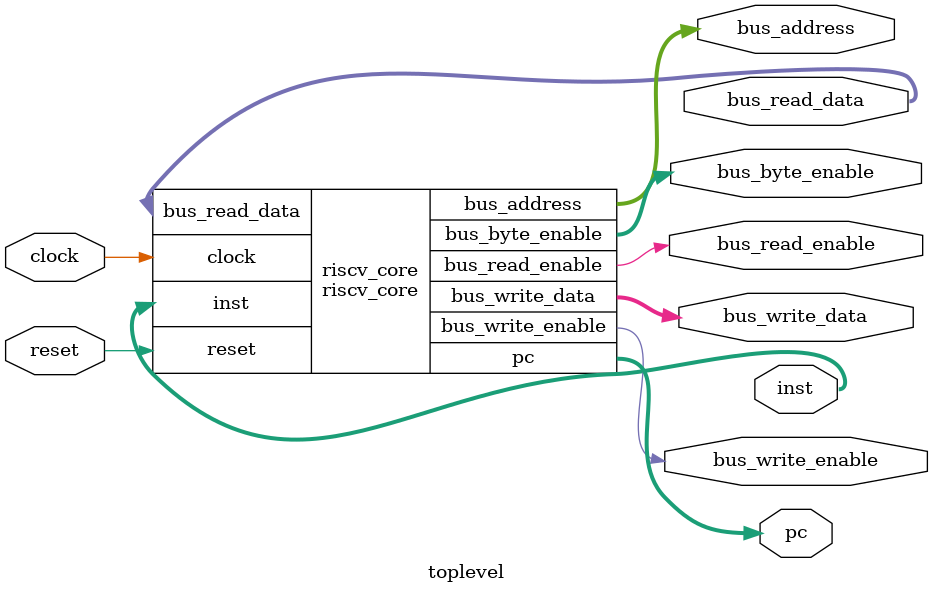
<source format=v>
/* Generated by Yosys 0.33 (git sha1 2584903a060) */

(* dynports =  1  *)
(* hdlname = "\\multiplexer" *)
(* src = "multiplexer.sv:9.1-27.10" *)
module \$paramod$5ef3be0bfad1454aaa6432c4ab405bbd7cbab26b\multiplexer (in_bus, sel, out);
  (* src = "multiplexer.sv:0.0-0.0" *)
  wire [31:0] _00_;
  (* src = "multiplexer.sv:0.0-0.0" *)
  wire [31:0] _01_;
  (* src = "multiplexer.sv:0.0-0.0" *)
  wire [31:0] _02_;
  (* src = "multiplexer.sv:0.0-0.0" *)
  wire [31:0] _03_;
  (* src = "multiplexer.sv:0.0-0.0" *)
  wire [31:0] _04_;
  (* src = "multiplexer.sv:0.0-0.0" *)
  wire [31:0] _05_;
  (* src = "multiplexer.sv:0.0-0.0" *)
  wire [31:0] _06_;
  (* src = "multiplexer.sv:0.0-0.0" *)
  wire [31:0] _07_;
  (* src = "multiplexer.sv:0.0-0.0" *)
  wire [31:0] _08_;
  (* src = "multiplexer.sv:0.0-0.0" *)
  wire [31:0] _09_;
  (* src = "multiplexer.sv:0.0-0.0" *)
  wire [2:0] _10_;
  (* src = "multiplexer.sv:0.0-0.0" *)
  wire [31:0] _11_;
  wire [31:0] _12_;
  wire _13_;
  wire _14_;
  wire _15_;
  wire _16_;
  wire _17_;
  wire _18_;
  wire _19_;
  wire _20_;
  (* src = "multiplexer.sv:12.45-12.51" *)
  input [255:0] in_bus;
  wire [255:0] in_bus;
  (* src = "multiplexer.sv:19.26-19.37" *)
  wire [31:0] \input_array[0] ;
  (* src = "multiplexer.sv:19.26-19.37" *)
  wire [31:0] \input_array[1] ;
  (* src = "multiplexer.sv:19.26-19.37" *)
  wire [31:0] \input_array[2] ;
  (* src = "multiplexer.sv:19.26-19.37" *)
  wire [31:0] \input_array[3] ;
  (* src = "multiplexer.sv:19.26-19.37" *)
  wire [31:0] \input_array[4] ;
  (* src = "multiplexer.sv:19.26-19.37" *)
  wire [31:0] \input_array[5] ;
  (* src = "multiplexer.sv:19.26-19.37" *)
  wire [31:0] \input_array[6] ;
  (* src = "multiplexer.sv:19.26-19.37" *)
  wire [31:0] \input_array[7] ;
  (* src = "multiplexer.sv:14.45-14.48" *)
  output [31:0] out;
  wire [31:0] out;
  (* src = "multiplexer.sv:13.45-13.48" *)
  input [2:0] sel;
  wire [2:0] sel;
  function [31:0] _21_;
    input [31:0] a;
    input [255:0] b;
    input [7:0] s;
    (* full_case = 32'd1 *)
    (* src = "multiplexer.sv:0.0-0.0" *)
    (* parallel_case *)
    casez (s)
      8'b???????1:
        _21_ = b[31:0];
      8'b??????1?:
        _21_ = b[63:32];
      8'b?????1??:
        _21_ = b[95:64];
      8'b????1???:
        _21_ = b[127:96];
      8'b???1????:
        _21_ = b[159:128];
      8'b??1?????:
        _21_ = b[191:160];
      8'b?1??????:
        _21_ = b[223:192];
      8'b1???????:
        _21_ = b[255:224];
      default:
        _21_ = a;
    endcase
  endfunction
  assign _12_ = _21_(32'hxxxxxxxx, { \input_array[0] , \input_array[1] , \input_array[2] , \input_array[3] , \input_array[4] , \input_array[5] , \input_array[6] , \input_array[7]  }, { _20_, _19_, _18_, _17_, _16_, _15_, _14_, _13_ });
  assign _13_ = _10_ == (* full_case = 32'd1 *) (* src = "multiplexer.sv:0.0-0.0" *) 3'h7;
  assign _14_ = _10_ == (* full_case = 32'd1 *) (* src = "multiplexer.sv:0.0-0.0" *) 3'h6;
  assign _15_ = _10_ == (* full_case = 32'd1 *) (* src = "multiplexer.sv:0.0-0.0" *) 3'h5;
  assign _16_ = _10_ == (* full_case = 32'd1 *) (* src = "multiplexer.sv:0.0-0.0" *) 3'h4;
  assign _17_ = _10_ == (* full_case = 32'd1 *) (* src = "multiplexer.sv:0.0-0.0" *) 3'h3;
  assign _18_ = _10_ == (* full_case = 32'd1 *) (* src = "multiplexer.sv:0.0-0.0" *) 3'h2;
  assign _19_ = _10_ == (* full_case = 32'd1 *) (* src = "multiplexer.sv:0.0-0.0" *) 3'h1;
  assign _20_ = ! (* full_case = 32'd1 *) (* src = "multiplexer.sv:0.0-0.0" *) _10_;
  assign out = _11_;
  assign _10_ = sel;
  assign _01_ = in_bus[255:224];
  assign _02_ = in_bus[223:192];
  assign _03_ = in_bus[191:160];
  assign _04_ = in_bus[159:128];
  assign _05_ = in_bus[127:96];
  assign _06_ = in_bus[95:64];
  assign _07_ = in_bus[63:32];
  assign _08_ = in_bus[31:0];
  assign _00_ = _09_;
  assign _09_ = _12_;
  assign \input_array[0]  = in_bus[255:224];
  assign \input_array[1]  = in_bus[223:192];
  assign \input_array[2]  = in_bus[191:160];
  assign \input_array[3]  = in_bus[159:128];
  assign \input_array[4]  = in_bus[127:96];
  assign \input_array[5]  = in_bus[95:64];
  assign \input_array[6]  = in_bus[63:32];
  assign \input_array[7]  = in_bus[31:0];
  assign _11_ = _12_;
endmodule

(* dynports =  1  *)
(* hdlname = "\\multiplexer" *)
(* src = "multiplexer.sv:9.1-27.10" *)
module \$paramod$6a3d32cf08b5e9a4d56891e3d8781ccd4215c4af\multiplexer (in_bus, sel, out);
  (* src = "multiplexer.sv:0.0-0.0" *)
  wire [31:0] _00_;
  (* src = "multiplexer.sv:0.0-0.0" *)
  wire [31:0] _01_;
  (* src = "multiplexer.sv:0.0-0.0" *)
  wire [31:0] _02_;
  (* src = "multiplexer.sv:0.0-0.0" *)
  wire [31:0] _03_;
  (* src = "multiplexer.sv:0.0-0.0" *)
  wire _04_;
  (* src = "multiplexer.sv:0.0-0.0" *)
  wire [31:0] _05_;
  wire [31:0] _06_;
  wire _07_;
  wire _08_;
  (* src = "multiplexer.sv:12.45-12.51" *)
  input [63:0] in_bus;
  wire [63:0] in_bus;
  (* src = "multiplexer.sv:19.26-19.37" *)
  wire [31:0] \input_array[0] ;
  (* src = "multiplexer.sv:19.26-19.37" *)
  wire [31:0] \input_array[1] ;
  (* src = "multiplexer.sv:14.45-14.48" *)
  output [31:0] out;
  wire [31:0] out;
  (* src = "multiplexer.sv:13.45-13.48" *)
  input sel;
  wire sel;
  function [31:0] _09_;
    input [31:0] a;
    input [63:0] b;
    input [1:0] s;
    (* full_case = 32'd1 *)
    (* src = "multiplexer.sv:0.0-0.0" *)
    (* parallel_case *)
    casez (s)
      2'b?1:
        _09_ = b[31:0];
      2'b1?:
        _09_ = b[63:32];
      default:
        _09_ = a;
    endcase
  endfunction
  assign _06_ = _09_(32'hxxxxxxxx, { \input_array[0] , \input_array[1]  }, { _08_, _07_ });
  assign _08_ = ~ (* full_case = 32'd1 *) (* src = "multiplexer.sv:0.0-0.0" *) _04_;
  assign out = _05_;
  assign _04_ = sel;
  assign _01_ = in_bus[63:32];
  assign _02_ = in_bus[31:0];
  assign _00_ = _03_;
  assign _07_ = _04_;
  assign _03_ = _06_;
  assign \input_array[0]  = in_bus[63:32];
  assign \input_array[1]  = in_bus[31:0];
  assign _05_ = _06_;
endmodule

(* dynports =  1  *)
(* hdlname = "\\multiplexer" *)
(* src = "multiplexer.sv:9.1-27.10" *)
module \$paramod$99da07bf27abaac915a8c95d36d6f2808394e702\multiplexer (in_bus, sel, out);
  (* src = "multiplexer.sv:0.0-0.0" *)
  wire [31:0] _00_;
  (* src = "multiplexer.sv:0.0-0.0" *)
  wire [31:0] _01_;
  (* src = "multiplexer.sv:0.0-0.0" *)
  wire [31:0] _02_;
  (* src = "multiplexer.sv:0.0-0.0" *)
  wire [31:0] _03_;
  (* src = "multiplexer.sv:0.0-0.0" *)
  wire [31:0] _04_;
  (* src = "multiplexer.sv:0.0-0.0" *)
  wire [31:0] _05_;
  (* src = "multiplexer.sv:0.0-0.0" *)
  wire [1:0] _06_;
  (* src = "multiplexer.sv:0.0-0.0" *)
  wire [31:0] _07_;
  wire [31:0] _08_;
  wire _09_;
  wire _10_;
  wire _11_;
  wire _12_;
  (* src = "multiplexer.sv:12.45-12.51" *)
  input [127:0] in_bus;
  wire [127:0] in_bus;
  (* src = "multiplexer.sv:19.26-19.37" *)
  wire [31:0] \input_array[0] ;
  (* src = "multiplexer.sv:19.26-19.37" *)
  wire [31:0] \input_array[1] ;
  (* src = "multiplexer.sv:19.26-19.37" *)
  wire [31:0] \input_array[2] ;
  (* src = "multiplexer.sv:19.26-19.37" *)
  wire [31:0] \input_array[3] ;
  (* src = "multiplexer.sv:14.45-14.48" *)
  output [31:0] out;
  wire [31:0] out;
  (* src = "multiplexer.sv:13.45-13.48" *)
  input [1:0] sel;
  wire [1:0] sel;
  function [31:0] _13_;
    input [31:0] a;
    input [127:0] b;
    input [3:0] s;
    (* full_case = 32'd1 *)
    (* src = "multiplexer.sv:0.0-0.0" *)
    (* parallel_case *)
    casez (s)
      4'b???1:
        _13_ = b[31:0];
      4'b??1?:
        _13_ = b[63:32];
      4'b?1??:
        _13_ = b[95:64];
      4'b1???:
        _13_ = b[127:96];
      default:
        _13_ = a;
    endcase
  endfunction
  assign _08_ = _13_(32'hxxxxxxxx, { \input_array[0] , \input_array[1] , \input_array[2] , \input_array[3]  }, { _12_, _11_, _10_, _09_ });
  assign _09_ = _06_ == (* full_case = 32'd1 *) (* src = "multiplexer.sv:0.0-0.0" *) 2'h3;
  assign _10_ = _06_ == (* full_case = 32'd1 *) (* src = "multiplexer.sv:0.0-0.0" *) 2'h2;
  assign _11_ = _06_ == (* full_case = 32'd1 *) (* src = "multiplexer.sv:0.0-0.0" *) 2'h1;
  assign _12_ = ! (* full_case = 32'd1 *) (* src = "multiplexer.sv:0.0-0.0" *) _06_;
  assign out = _07_;
  assign _06_ = sel;
  assign _01_ = in_bus[127:96];
  assign _02_ = in_bus[95:64];
  assign _03_ = in_bus[63:32];
  assign _04_ = in_bus[31:0];
  assign _00_ = _05_;
  assign _05_ = _08_;
  assign \input_array[0]  = in_bus[127:96];
  assign \input_array[1]  = in_bus[95:64];
  assign \input_array[2]  = in_bus[63:32];
  assign \input_array[3]  = in_bus[31:0];
  assign _07_ = _08_;
endmodule

(* dynports =  1  *)
(* hdlname = "\\register" *)
(* src = "register.sv:9.1-27.10" *)
module \$paramod$e358a763f16798cd10903dfd37e7986c0fbbe40f\register (clock, reset, write_enable, next, value);
  (* src = "register.sv:23.4-25.45" *)
  wire [31:0] _0_;
  (* src = "register.sv:0.0-0.0" *)
  wire [31:0] _1_;
  wire [31:0] _2_;
  wire _3_;
  (* src = "register.sv:13.12-13.17" *)
  input clock;
  wire clock;
  (* src = "register.sv:16.24-16.28" *)
  input [31:0] next;
  wire [31:0] next;
  (* src = "register.sv:14.12-14.17" *)
  input reset;
  wire reset;
  (* src = "register.sv:18.30-18.35" *)
  output [31:0] value;
  reg [31:0] value = 32'd4194304;
  (* src = "register.sv:15.12-15.24" *)
  input write_enable;
  wire write_enable;
  (* \always_ff  = 32'd1 *)
  (* src = "register.sv:23.4-25.45" *)
  always @(posedge clock, posedge reset)
    if (reset) value <= 32'd4194304;
    else value <= _2_;
  assign _2_ = _3_ ? (* src = "register.sv:25.17-25.29|register.sv:25.13-25.45" *) next : value;
  assign _1_ = 32'd4194304;
  assign _3_ = write_enable;
  assign _0_ = _2_;
endmodule

(* dynports =  1  *)
(* hdlname = "\\adder" *)
(* src = "adder.sv:9.1-19.10" *)
module \$paramod\adder\WIDTH=s32'00000000000000000000000000100000 (operand_a, operand_b, result);
  (* src = "adder.sv:17.21-17.42" *)
  wire [31:0] _0_;
  (* src = "adder.sv:12.24-12.33" *)
  input [31:0] operand_a;
  wire [31:0] operand_a;
  (* src = "adder.sv:13.24-13.33" *)
  input [31:0] operand_b;
  wire [31:0] operand_b;
  (* src = "adder.sv:14.24-14.30" *)
  output [31:0] result;
  wire [31:0] result;
  assign _0_ = operand_a + (* src = "adder.sv:17.21-17.42" *) operand_b;
  assign result = _0_;
endmodule

(* dynports =  1  *)
(* hdlname = "\\multiplexer2" *)
(* src = "multiplexer2.sv:9.1-27.10" *)
module \$paramod\multiplexer2\WIDTH=s32'00000000000000000000000000100000 (in0, in1, sel, out);
  (* src = "multiplexer2.sv:12.24-12.27" *)
  input [31:0] in0;
  wire [31:0] in0;
  (* src = "multiplexer2.sv:13.24-13.27" *)
  input [31:0] in1;
  wire [31:0] in1;
  (* src = "multiplexer2.sv:15.24-15.27" *)
  output [31:0] out;
  wire [31:0] out;
  (* src = "multiplexer2.sv:14.24-14.27" *)
  input sel;
  wire sel;
  (* module_not_derived = 32'd1 *)
  (* src = "multiplexer2.sv:21.7-25.6" *)
  \$paramod$6a3d32cf08b5e9a4d56891e3d8781ccd4215c4af\multiplexer  multiplexer (
    .in_bus({ in0, in1 }),
    .out(out),
    .sel(sel)
  );
endmodule

(* dynports =  1  *)
(* hdlname = "\\multiplexer4" *)
(* src = "multiplexer4.sv:9.1-29.10" *)
module \$paramod\multiplexer4\WIDTH=s32'00000000000000000000000000100000 (in0, in1, in2, in3, sel, out);
  (* src = "multiplexer4.sv:12.24-12.27" *)
  input [31:0] in0;
  wire [31:0] in0;
  (* src = "multiplexer4.sv:13.24-13.27" *)
  input [31:0] in1;
  wire [31:0] in1;
  (* src = "multiplexer4.sv:14.24-14.27" *)
  input [31:0] in2;
  wire [31:0] in2;
  (* src = "multiplexer4.sv:15.24-15.27" *)
  input [31:0] in3;
  wire [31:0] in3;
  (* src = "multiplexer4.sv:17.24-17.27" *)
  output [31:0] out;
  wire [31:0] out;
  (* src = "multiplexer4.sv:16.24-16.27" *)
  input [1:0] sel;
  wire [1:0] sel;
  (* module_not_derived = 32'd1 *)
  (* src = "multiplexer4.sv:23.7-27.6" *)
  \$paramod$99da07bf27abaac915a8c95d36d6f2808394e702\multiplexer  multiplexer (
    .in_bus({ in0, in1, in2, in3 }),
    .out(out),
    .sel(sel)
  );
endmodule

(* dynports =  1  *)
(* hdlname = "\\multiplexer8" *)
(* src = "multiplexer8.sv:9.1-33.10" *)
module \$paramod\multiplexer8\WIDTH=s32'00000000000000000000000000100000 (in0, in1, in2, in3, in4, in5, in6, in7, sel, out);
  (* src = "multiplexer8.sv:12.24-12.27" *)
  input [31:0] in0;
  wire [31:0] in0;
  (* src = "multiplexer8.sv:13.24-13.27" *)
  input [31:0] in1;
  wire [31:0] in1;
  (* src = "multiplexer8.sv:14.24-14.27" *)
  input [31:0] in2;
  wire [31:0] in2;
  (* src = "multiplexer8.sv:15.24-15.27" *)
  input [31:0] in3;
  wire [31:0] in3;
  (* src = "multiplexer8.sv:16.24-16.27" *)
  input [31:0] in4;
  wire [31:0] in4;
  (* src = "multiplexer8.sv:17.24-17.27" *)
  input [31:0] in5;
  wire [31:0] in5;
  (* src = "multiplexer8.sv:18.24-18.27" *)
  input [31:0] in6;
  wire [31:0] in6;
  (* src = "multiplexer8.sv:19.24-19.27" *)
  input [31:0] in7;
  wire [31:0] in7;
  (* src = "multiplexer8.sv:21.24-21.27" *)
  output [31:0] out;
  wire [31:0] out;
  (* src = "multiplexer8.sv:20.24-20.27" *)
  input [2:0] sel;
  wire [2:0] sel;
  (* module_not_derived = 32'd1 *)
  (* src = "multiplexer8.sv:27.7-31.6" *)
  \$paramod$5ef3be0bfad1454aaa6432c4ab405bbd7cbab26b\multiplexer  multiplexer (
    .in_bus({ in0, in1, in2, in3, in4, in5, in6, in7 }),
    .out(out),
    .sel(sel)
  );
endmodule

(* hdlname = "\\alu" *)
(* src = "alu.sv:9.1-82.10" *)
module alu(alu_function, operand_a, operand_b, result, result_equal_zero);
  (* src = "alu.sv:0.0-0.0" *)
  wire [31:0] _00_;
  (* src = "alu.sv:0.0-0.0" *)
  wire [31:0] _01_;
  (* src = "alu.sv:28.34-28.58" *)
  wire [31:0] _02_;
  (* src = "alu.sv:38.34-38.58" *)
  wire [31:0] _03_;
  (* src = "alu.sv:23.33-23.48" *)
  wire _04_;
  (* src = "alu.sv:33.42-33.64" *)
  wire _05_;
  (* src = "alu.sv:34.42-34.63" *)
  wire _06_;
  (* src = "alu.sv:35.41-35.84" *)
  wire _07_;
  (* src = "alu.sv:37.35-37.59" *)
  wire [31:0] _08_;
  wire [31:0] _09_;
  wire _10_;
  wire _11_;
  wire _12_;
  wire _13_;
  wire _14_;
  wire _15_;
  wire _16_;
  wire _17_;
  wire _18_;
  wire _19_;
  wire _20_;
  (* src = "alu.sv:30.34-30.63" *)
  wire [31:0] _21_;
  (* src = "alu.sv:31.34-31.63" *)
  wire [31:0] _22_;
  (* src = "alu.sv:32.34-32.63" *)
  wire [31:0] _23_;
  (* src = "alu.sv:29.34-29.58" *)
  wire [31:0] _24_;
  (* src = "alu.sv:36.34-36.58" *)
  wire [31:0] _25_;
  (* src = "alu.sv:10.25-10.37" *)
  input [4:0] alu_function;
  wire [4:0] alu_function;
  (* src = "alu.sv:11.25-11.34" *)
  input [31:0] operand_a;
  wire [31:0] operand_a;
  (* src = "alu.sv:12.25-12.34" *)
  input [31:0] operand_b;
  wire [31:0] operand_b;
  (* src = "alu.sv:13.25-13.31" *)
  output [31:0] result;
  wire [31:0] result;
  (* src = "alu.sv:14.25-14.42" *)
  output result_equal_zero;
  wire result_equal_zero;
  assign _02_ = $signed(operand_a) + (* src = "alu.sv:28.34-28.58" *) $signed(operand_b);
  assign _03_ = $signed(operand_a) & (* src = "alu.sv:38.34-38.58" *) $signed(operand_b);
  assign _04_ = ! (* src = "alu.sv:23.33-23.48" *) result;
  assign _05_ = $signed(operand_a) == (* src = "alu.sv:33.42-33.64" *) $signed(operand_b);
  assign _06_ = $signed(operand_a) < (* src = "alu.sv:34.42-34.63" *) $signed(operand_b);
  assign _07_ = operand_a < (* src = "alu.sv:35.41-35.84" *) operand_b;
  assign _08_ = $signed(operand_a) | (* src = "alu.sv:37.35-37.59" *) $signed(operand_b);
  function [31:0] _33_;
    input [31:0] a;
    input [351:0] b;
    input [10:0] s;
    (* full_case = 32'd1 *)
    (* src = "alu.sv:0.0-0.0|alu.sv:27.9-71.16" *)
    (* parallel_case *)
    casez (s)
      11'b??????????1:
        _33_ = b[31:0];
      11'b?????????1?:
        _33_ = b[63:32];
      11'b????????1??:
        _33_ = b[95:64];
      11'b???????1???:
        _33_ = b[127:96];
      11'b??????1????:
        _33_ = b[159:128];
      11'b?????1?????:
        _33_ = b[191:160];
      11'b????1??????:
        _33_ = b[223:192];
      11'b???1???????:
        _33_ = b[255:224];
      11'b??1????????:
        _33_ = b[287:256];
      11'b?1?????????:
        _33_ = b[319:288];
      11'b1??????????:
        _33_ = b[351:320];
      default:
        _33_ = a;
    endcase
  endfunction
  assign _09_ = _33_(32'd0, { _02_, _24_, _21_, _22_, _23_, 31'h00000000, _05_, 31'h00000000, _06_, 31'h00000000, _07_, _25_, _08_, _03_ }, { _20_, _19_, _18_, _17_, _16_, _15_, _14_, _13_, _12_, _11_, _10_ });
  assign _10_ = alu_function == (* full_case = 32'd1 *) (* src = "alu.sv:0.0-0.0|alu.sv:27.9-71.16" *) 5'h0b;
  assign _11_ = alu_function == (* full_case = 32'd1 *) (* src = "alu.sv:0.0-0.0|alu.sv:27.9-71.16" *) 5'h0a;
  assign _12_ = alu_function == (* full_case = 32'd1 *) (* src = "alu.sv:0.0-0.0|alu.sv:27.9-71.16" *) 5'h09;
  assign _13_ = alu_function == (* full_case = 32'd1 *) (* src = "alu.sv:0.0-0.0|alu.sv:27.9-71.16" *) 5'h08;
  assign _14_ = alu_function == (* full_case = 32'd1 *) (* src = "alu.sv:0.0-0.0|alu.sv:27.9-71.16" *) 5'h07;
  assign _15_ = alu_function == (* full_case = 32'd1 *) (* src = "alu.sv:0.0-0.0|alu.sv:27.9-71.16" *) 5'h06;
  assign _16_ = alu_function == (* full_case = 32'd1 *) (* src = "alu.sv:0.0-0.0|alu.sv:27.9-71.16" *) 5'h05;
  assign _17_ = alu_function == (* full_case = 32'd1 *) (* src = "alu.sv:0.0-0.0|alu.sv:27.9-71.16" *) 5'h04;
  assign _18_ = alu_function == (* full_case = 32'd1 *) (* src = "alu.sv:0.0-0.0|alu.sv:27.9-71.16" *) 5'h03;
  assign _19_ = alu_function == (* full_case = 32'd1 *) (* src = "alu.sv:0.0-0.0|alu.sv:27.9-71.16" *) 5'h02;
  assign _20_ = alu_function == (* full_case = 32'd1 *) (* src = "alu.sv:0.0-0.0|alu.sv:27.9-71.16" *) 5'h01;
  assign _21_ = $signed(operand_a) << (* src = "alu.sv:30.34-30.63" *) operand_b[4:0];
  assign _22_ = $signed(operand_a) >> (* src = "alu.sv:31.34-31.63" *) operand_b[4:0];
  assign _23_ = $signed(operand_a) >>> (* src = "alu.sv:32.34-32.63" *) operand_b[4:0];
  assign _24_ = $signed(operand_a) - (* src = "alu.sv:29.34-29.58" *) $signed(operand_b);
  assign _25_ = $signed(operand_a) ^ (* src = "alu.sv:36.34-36.58" *) $signed(operand_b);
  assign result_equal_zero = _04_;
  assign _00_ = _01_;
  assign _01_ = _09_;
  assign result = _09_;
endmodule

(* hdlname = "\\alu_control" *)
(* src = "alu_control.sv:9.1-92.10" *)
module alu_control(alu_op_type, inst_funct3, inst_funct7, alu_function);
  (* src = "alu_control.sv:0.0-0.0" *)
  wire [4:0] _00_;
  (* src = "alu_control.sv:0.0-0.0" *)
  wire [4:0] _01_;
  (* src = "alu_control.sv:0.0-0.0" *)
  wire [4:0] _02_;
  (* src = "alu_control.sv:0.0-0.0" *)
  wire [4:0] _03_;
  (* src = "alu_control.sv:0.0-0.0" *)
  wire [4:0] _04_;
  (* src = "alu_control.sv:0.0-0.0" *)
  wire [4:0] _05_;
  (* src = "alu_control.sv:0.0-0.0" *)
  wire [4:0] _06_;
  (* src = "alu_control.sv:0.0-0.0" *)
  wire [4:0] _07_;
  (* src = "alu_control.sv:0.0-0.0" *)
  wire [4:0] _08_;
  (* src = "alu_control.sv:0.0-0.0" *)
  wire [4:0] _09_;
  (* src = "alu_control.sv:0.0-0.0" *)
  wire [4:0] _10_;
  (* src = "alu_control.sv:0.0-0.0" *)
  wire [4:0] _11_;
  wire [4:0] _12_;
  (* src = "alu_control.sv:42.31-42.56" *)
  wire _13_;
  (* src = "alu_control.sv:42.13-42.56" *)
  wire _14_;
  wire [4:0] _15_;
  wire _16_;
  wire _17_;
  wire _18_;
  wire _19_;
  wire _20_;
  wire _21_;
  wire [4:0] _22_;
  wire _23_;
  wire _24_;
  wire [4:0] _25_;
  wire _26_;
  wire [4:0] _27_;
  wire _28_;
  wire [4:0] _29_;
  wire _30_;
  wire _31_;
  wire _32_;
  wire _33_;
  (* src = "alu_control.sv:13.24-13.36" *)
  output [4:0] alu_function;
  wire [4:0] alu_function;
  (* src = "alu_control.sv:10.24-10.35" *)
  input [1:0] alu_op_type;
  wire [1:0] alu_op_type;
  (* src = "alu_control.sv:20.17-20.29" *)
  wire [4:0] branch_funct;
  (* src = "alu_control.sv:16.17-16.30" *)
  wire [4:0] default_funct;
  (* src = "alu_control.sv:11.24-11.35" *)
  input [2:0] inst_funct3;
  wire [2:0] inst_funct3;
  (* src = "alu_control.sv:12.24-12.35" *)
  input [6:0] inst_funct7;
  wire [6:0] inst_funct7;
  (* src = "alu_control.sv:18.17-18.25" *)
  wire [4:0] op_funct;
  (* src = "alu_control.sv:19.17-19.29" *)
  wire [4:0] op_imm_funct;
  (* src = "alu_control.sv:17.17-17.32" *)
  wire [4:0] secondary_funct;
  (* full_case = 32'd1 *)
  (* src = "alu_control.sv:47.9-57.16" *)
  reg [4:0] \$auto$proc_rom.cc:150:do_switch$81  [7:0];
  initial begin
    \$auto$proc_rom.cc:150:do_switch$81 [0] = 5'h01;
    \$auto$proc_rom.cc:150:do_switch$81 [1] = 5'h03;
    \$auto$proc_rom.cc:150:do_switch$81 [2] = 5'h07;
    \$auto$proc_rom.cc:150:do_switch$81 [3] = 5'h08;
    \$auto$proc_rom.cc:150:do_switch$81 [4] = 5'h09;
    \$auto$proc_rom.cc:150:do_switch$81 [5] = 5'h04;
    \$auto$proc_rom.cc:150:do_switch$81 [6] = 5'h0a;
    \$auto$proc_rom.cc:150:do_switch$81 [7] = 5'h0b;
  end
  assign _12_ = \$auto$proc_rom.cc:150:do_switch$81 [inst_funct3];
  assign _13_ = inst_funct3[1:0] == (* src = "alu_control.sv:42.31-42.56" *) 2'h1;
  assign _14_ = inst_funct7[5] && (* src = "alu_control.sv:42.13-42.56" *) _13_;
  function [4:0] _38_;
    input [4:0] a;
    input [29:0] b;
    input [5:0] s;
    (* full_case = 32'd1 *)
    (* src = "alu_control.sv:0.0-0.0|alu_control.sv:67.9-75.16" *)
    (* parallel_case *)
    casez (s)
      6'b?????1:
        _38_ = b[4:0];
      6'b????1?:
        _38_ = b[9:5];
      6'b???1??:
        _38_ = b[14:10];
      6'b??1???:
        _38_ = b[19:15];
      6'b?1????:
        _38_ = b[24:20];
      6'b1?????:
        _38_ = b[29:25];
      default:
        _38_ = a;
    endcase
  endfunction
  assign _15_ = _38_(5'hxx, 30'h0c639d08, { _21_, _20_, _19_, _18_, _17_, _16_ });
  assign _16_ = inst_funct3 == (* full_case = 32'd1 *) (* src = "alu_control.sv:0.0-0.0|alu_control.sv:67.9-75.16" *) 3'h7;
  assign _17_ = inst_funct3 == (* full_case = 32'd1 *) (* src = "alu_control.sv:0.0-0.0|alu_control.sv:67.9-75.16" *) 3'h6;
  assign _18_ = inst_funct3 == (* full_case = 32'd1 *) (* src = "alu_control.sv:0.0-0.0|alu_control.sv:67.9-75.16" *) 3'h5;
  assign _19_ = inst_funct3 == (* full_case = 32'd1 *) (* src = "alu_control.sv:0.0-0.0|alu_control.sv:67.9-75.16" *) 3'h4;
  assign _20_ = inst_funct3 == (* full_case = 32'd1 *) (* src = "alu_control.sv:0.0-0.0|alu_control.sv:67.9-75.16" *) 3'h1;
  assign _21_ = ! (* full_case = 32'd1 *) (* src = "alu_control.sv:0.0-0.0|alu_control.sv:67.9-75.16" *) inst_funct3;
  function [4:0] _45_;
    input [4:0] a;
    input [9:0] b;
    input [1:0] s;
    (* full_case = 32'd1 *)
    (* src = "alu_control.sv:0.0-0.0|alu_control.sv:60.9-64.16" *)
    (* parallel_case *)
    casez (s)
      2'b?1:
        _45_ = b[4:0];
      2'b1?:
        _45_ = b[9:5];
      default:
        _45_ = a;
    endcase
  endfunction
  assign _22_ = _45_(5'hxx, 10'h045, { _24_, _23_ });
  assign _23_ = inst_funct3 == (* full_case = 32'd1 *) (* src = "alu_control.sv:0.0-0.0|alu_control.sv:60.9-64.16" *) 3'h5;
  assign _24_ = ! (* full_case = 32'd1 *) (* src = "alu_control.sv:0.0-0.0|alu_control.sv:60.9-64.16" *) inst_funct3;
  assign _25_ = _26_ ? (* full_case = 32'd1 *) (* src = "alu_control.sv:42.13-42.56|alu_control.sv:42.9-44.46" *) secondary_funct : default_funct;
  assign _27_ = _28_ ? (* full_case = 32'd1 *) (* src = "alu_control.sv:35.13-35.27|alu_control.sv:35.9-39.58" *) secondary_funct : default_funct;
  function [4:0] _50_;
    input [4:0] a;
    input [19:0] b;
    input [3:0] s;
    (* full_case = 32'd1 *)
    (* src = "alu_control.sv:0.0-0.0|alu_control.sv:26.9-32.16" *)
    (* parallel_case *)
    casez (s)
      4'b???1:
        _50_ = b[4:0];
      4'b??1?:
        _50_ = b[9:5];
      4'b?1??:
        _50_ = b[14:10];
      4'b1???:
        _50_ = b[19:15];
      default:
        _50_ = a;
    endcase
  endfunction
  assign _29_ = _50_(5'hxx, { 5'h01, op_funct, op_imm_funct, branch_funct }, { _33_, _32_, _31_, _30_ });
  assign _30_ = alu_op_type == (* full_case = 32'd1 *) (* src = "alu_control.sv:0.0-0.0|alu_control.sv:26.9-32.16" *) 2'h1;
  assign _31_ = alu_op_type == (* full_case = 32'd1 *) (* src = "alu_control.sv:0.0-0.0|alu_control.sv:26.9-32.16" *) 2'h3;
  assign _32_ = alu_op_type == (* full_case = 32'd1 *) (* src = "alu_control.sv:0.0-0.0|alu_control.sv:26.9-32.16" *) 2'h2;
  assign _33_ = ! (* full_case = 32'd1 *) (* src = "alu_control.sv:0.0-0.0|alu_control.sv:26.9-32.16" *) alu_op_type;
  assign _01_ = _07_;
  assign _05_ = _11_;
  assign _02_ = _08_;
  assign _04_ = _10_;
  assign _03_ = _09_;
  assign _00_ = _06_;
  assign _07_ = _15_;
  assign _11_ = _22_;
  assign _08_ = _12_;
  assign _26_ = _14_;
  assign _10_ = _25_;
  assign _28_ = inst_funct7[5];
  assign _09_ = _27_;
  assign _06_ = _29_;
  assign branch_funct = _15_;
  assign secondary_funct = _22_;
  assign default_funct = _12_;
  assign op_imm_funct = _25_;
  assign op_funct = _27_;
  assign alu_function = _29_;
endmodule

(* hdlname = "\\control_transfer" *)
(* src = "control_transfer.sv:9.1-26.10" *)
module control_transfer(result_equal_zero, inst_funct3, take_branch);
  (* src = "control_transfer.sv:0.0-0.0" *)
  wire _00_;
  (* src = "control_transfer.sv:0.0-0.0" *)
  wire _01_;
  (* src = "control_transfer.sv:17.36-17.54" *)
  wire _02_;
  (* src = "control_transfer.sv:19.36-19.54" *)
  wire _03_;
  (* src = "control_transfer.sv:21.35-21.53" *)
  wire _04_;
  wire _05_;
  wire _06_;
  wire _07_;
  wire _08_;
  wire _09_;
  wire _10_;
  wire _11_;
  (* src = "control_transfer.sv:11.18-11.29" *)
  input [2:0] inst_funct3;
  wire [2:0] inst_funct3;
  (* src = "control_transfer.sv:10.18-10.35" *)
  input result_equal_zero;
  wire result_equal_zero;
  (* src = "control_transfer.sv:12.18-12.29" *)
  output take_branch;
  wire take_branch;
  assign _02_ = ! (* src = "control_transfer.sv:17.36-17.54" *) result_equal_zero;
  assign _03_ = ! (* src = "control_transfer.sv:19.36-19.54" *) result_equal_zero;
  assign _04_ = ! (* src = "control_transfer.sv:21.35-21.53" *) result_equal_zero;
  function [0:0] _15_;
    input [0:0] a;
    input [5:0] b;
    input [5:0] s;
    (* full_case = 32'd1 *)
    (* src = "control_transfer.sv:0.0-0.0|control_transfer.sv:16.9-24.16" *)
    (* parallel_case *)
    casez (s)
      6'b?????1:
        _15_ = b[0:0];
      6'b????1?:
        _15_ = b[1:1];
      6'b???1??:
        _15_ = b[2:2];
      6'b??1???:
        _15_ = b[3:3];
      6'b?1????:
        _15_ = b[4:4];
      6'b1?????:
        _15_ = b[5:5];
      default:
        _15_ = a;
    endcase
  endfunction
  assign _05_ = _15_(1'hx, { _02_, result_equal_zero, _03_, result_equal_zero, _04_, result_equal_zero }, { _11_, _10_, _09_, _08_, _07_, _06_ });
  assign _06_ = inst_funct3 == (* full_case = 32'd1 *) (* src = "control_transfer.sv:0.0-0.0|control_transfer.sv:16.9-24.16" *) 3'h7;
  assign _07_ = inst_funct3 == (* full_case = 32'd1 *) (* src = "control_transfer.sv:0.0-0.0|control_transfer.sv:16.9-24.16" *) 3'h6;
  assign _08_ = inst_funct3 == (* full_case = 32'd1 *) (* src = "control_transfer.sv:0.0-0.0|control_transfer.sv:16.9-24.16" *) 3'h5;
  assign _09_ = inst_funct3 == (* full_case = 32'd1 *) (* src = "control_transfer.sv:0.0-0.0|control_transfer.sv:16.9-24.16" *) 3'h4;
  assign _10_ = inst_funct3 == (* full_case = 32'd1 *) (* src = "control_transfer.sv:0.0-0.0|control_transfer.sv:16.9-24.16" *) 3'h1;
  assign _11_ = ! (* full_case = 32'd1 *) (* src = "control_transfer.sv:0.0-0.0|control_transfer.sv:16.9-24.16" *) inst_funct3;
  assign _00_ = _01_;
  assign _01_ = _05_;
  assign take_branch = _05_;
endmodule

(* hdlname = "\\data_memory_interface" *)
(* src = "data_memory_interface.sv:9.1-62.10" *)
module data_memory_interface(clock, read_enable, write_enable, data_format, address, write_data, read_data, bus_address, bus_read_data, bus_write_data, bus_byte_enable, bus_read_enable, bus_write_enable);
  (* src = "data_memory_interface.sv:0.0-0.0" *)
  wire [3:0] _00_;
  (* src = "data_memory_interface.sv:0.0-0.0" *)
  wire [31:0] _01_;
  (* src = "data_memory_interface.sv:0.0-0.0" *)
  wire [31:0] _02_;
  (* src = "data_memory_interface.sv:0.0-0.0" *)
  wire [3:0] _03_;
  (* src = "data_memory_interface.sv:0.0-0.0" *)
  wire [31:0] _04_;
  (* src = "data_memory_interface.sv:53.37-53.70" *)
  wire _05_;
  (* src = "data_memory_interface.sv:54.37-54.71" *)
  wire _06_;
  (* src = "data_memory_interface.sv:32.46-32.60" *)
  wire [31:0] _07_;
  (* src = "data_memory_interface.sv:47.41-47.55" *)
  wire [31:0] _08_;
  (* src = "data_memory_interface.sv:53.37-53.52" *)
  wire _09_;
  (* src = "data_memory_interface.sv:54.37-54.52" *)
  wire _10_;
  wire [31:0] _11_;
  wire _12_;
  wire _13_;
  wire _14_;
  wire [3:0] _15_;
  wire _16_;
  wire _17_;
  wire _18_;
  (* src = "data_memory_interface.sv:32.31-32.61" *)
  wire [31:0] _19_;
  (* src = "data_memory_interface.sv:38.39-38.62" *)
  wire [3:0] _20_;
  (* src = "data_memory_interface.sv:39.39-39.62" *)
  wire [3:0] _21_;
  (* src = "data_memory_interface.sv:40.39-40.62" *)
  wire [3:0] _22_;
  (* src = "data_memory_interface.sv:47.23-47.56" *)
  wire [31:0] _23_;
  (* src = "data_memory_interface.sv:14.19-14.26" *)
  input [31:0] address;
  wire [31:0] address;
  (* src = "data_memory_interface.sv:18.25-18.36" *)
  output [31:0] bus_address;
  wire [31:0] bus_address;
  (* src = "data_memory_interface.sv:21.25-21.40" *)
  output [3:0] bus_byte_enable;
  wire [3:0] bus_byte_enable;
  (* src = "data_memory_interface.sv:19.25-19.38" *)
  input [31:0] bus_read_data;
  wire [31:0] bus_read_data;
  (* src = "data_memory_interface.sv:22.25-22.40" *)
  output bus_read_enable;
  wire bus_read_enable;
  (* src = "data_memory_interface.sv:20.25-20.39" *)
  output [31:0] bus_write_data;
  wire [31:0] bus_write_data;
  (* src = "data_memory_interface.sv:23.25-23.41" *)
  output bus_write_enable;
  wire bus_write_enable;
  (* src = "data_memory_interface.sv:10.12-10.17" *)
  input clock;
  wire clock;
  (* src = "data_memory_interface.sv:13.19-13.30" *)
  input [2:0] data_format;
  wire [2:0] data_format;
  (* src = "data_memory_interface.sv:26.18-26.30" *)
  wire [31:0] position_fix;
  (* src = "data_memory_interface.sv:16.19-16.28" *)
  output [31:0] read_data;
  wire [31:0] read_data;
  (* src = "data_memory_interface.sv:11.12-11.23" *)
  input read_enable;
  wire read_enable;
  (* src = "data_memory_interface.sv:27.18-27.26" *)
  wire [31:0] sign_fix;
  (* src = "data_memory_interface.sv:15.19-15.29" *)
  input [31:0] write_data;
  wire [31:0] write_data;
  (* src = "data_memory_interface.sv:12.12-12.24" *)
  input write_enable;
  wire write_enable;
  assign _05_ = _09_ & (* src = "data_memory_interface.sv:53.37-53.70" *) position_fix[7];
  assign _06_ = _10_ & (* src = "data_memory_interface.sv:54.37-54.71" *) position_fix[15];
  assign _07_ = 32'd8 * (* src = "data_memory_interface.sv:32.46-32.60" *) address[1:0];
  assign _08_ = 32'd8 * (* src = "data_memory_interface.sv:47.41-47.55" *) address[1:0];
  assign _09_ = ~ (* src = "data_memory_interface.sv:53.37-53.52" *) data_format[2];
  assign _10_ = ~ (* src = "data_memory_interface.sv:54.37-54.52" *) data_format[2];
  function [31:0] _30_;
    input [31:0] a;
    input [95:0] b;
    input [2:0] s;
    (* full_case = 32'd1 *)
    (* src = "data_memory_interface.sv:0.0-0.0|data_memory_interface.sv:52.8-57.15" *)
    (* parallel_case *)
    casez (s)
      3'b??1:
        _30_ = b[31:0];
      3'b?1?:
        _30_ = b[63:32];
      3'b1??:
        _30_ = b[95:64];
      default:
        _30_ = a;
    endcase
  endfunction
  assign _11_ = _30_(32'hxxxxxxxx, { _05_, _05_, _05_, _05_, _05_, _05_, _05_, _05_, _05_, _05_, _05_, _05_, _05_, _05_, _05_, _05_, _05_, _05_, _05_, _05_, _05_, _05_, _05_, _05_, position_fix[7:0], _06_, _06_, _06_, _06_, _06_, _06_, _06_, _06_, _06_, _06_, _06_, _06_, _06_, _06_, _06_, _06_, position_fix[15:0], position_fix }, { _14_, _13_, _12_ });
  assign _12_ = data_format[1:0] == (* full_case = 32'd1 *) (* src = "data_memory_interface.sv:0.0-0.0|data_memory_interface.sv:52.8-57.15" *) 2'h2;
  assign _13_ = data_format[1:0] == (* full_case = 32'd1 *) (* src = "data_memory_interface.sv:0.0-0.0|data_memory_interface.sv:52.8-57.15" *) 2'h1;
  assign _14_ = ! (* full_case = 32'd1 *) (* src = "data_memory_interface.sv:0.0-0.0|data_memory_interface.sv:52.8-57.15" *) data_format[1:0];
  function [3:0] _34_;
    input [3:0] a;
    input [11:0] b;
    input [2:0] s;
    (* full_case = 32'd1 *)
    (* src = "data_memory_interface.sv:0.0-0.0|data_memory_interface.sv:37.8-42.15" *)
    (* parallel_case *)
    casez (s)
      3'b??1:
        _34_ = b[3:0];
      3'b?1?:
        _34_ = b[7:4];
      3'b1??:
        _34_ = b[11:8];
      default:
        _34_ = a;
    endcase
  endfunction
  assign _15_ = _34_(4'h0, { _20_, _21_, _22_ }, { _18_, _17_, _16_ });
  assign _16_ = data_format[1:0] == (* full_case = 32'd1 *) (* src = "data_memory_interface.sv:0.0-0.0|data_memory_interface.sv:37.8-42.15" *) 2'h2;
  assign _17_ = data_format[1:0] == (* full_case = 32'd1 *) (* src = "data_memory_interface.sv:0.0-0.0|data_memory_interface.sv:37.8-42.15" *) 2'h1;
  assign _18_ = ! (* full_case = 32'd1 *) (* src = "data_memory_interface.sv:0.0-0.0|data_memory_interface.sv:37.8-42.15" *) data_format[1:0];
  assign _19_ = write_data << (* src = "data_memory_interface.sv:32.31-32.61" *) _07_;
  assign _20_ = 4'h1 << (* src = "data_memory_interface.sv:38.39-38.62" *) address[1:0];
  assign _21_ = 4'h3 << (* src = "data_memory_interface.sv:39.39-39.62" *) address[1:0];
  assign _22_ = 4'hf << (* src = "data_memory_interface.sv:40.39-40.62" *) address[1:0];
  assign _23_ = bus_read_data >> (* src = "data_memory_interface.sv:47.23-47.56" *) _08_;
  assign bus_address = address;
  assign bus_write_enable = write_enable;
  assign bus_read_enable = read_enable;
  assign bus_write_data = _19_;
  assign read_data = sign_fix;
  assign _02_ = _04_;
  assign _01_ = _23_;
  assign _00_ = _03_;
  assign _04_ = _11_;
  assign _03_ = _15_;
  assign sign_fix = _11_;
  assign position_fix = _23_;
  assign bus_byte_enable = _15_;
endmodule

(* hdlname = "\\immediate_generator" *)
(* src = "immediate_generator.sv:9.1-44.10" *)
module immediate_generator(inst, immediate);
  (* src = "immediate_generator.sv:0.0-0.0" *)
  wire [31:0] _00_;
  (* src = "immediate_generator.sv:0.0-0.0" *)
  wire [31:0] _01_;
  wire [31:0] _02_;
  wire _03_;
  wire [1:0] _04_;
  wire _05_;
  wire _06_;
  wire [1:0] _07_;
  wire _08_;
  wire [3:0] _09_;
  wire _10_;
  (* src = "immediate_generator.sv:11.25-11.34" *)
  output [31:0] immediate;
  wire [31:0] immediate;
  (* src = "immediate_generator.sv:10.25-10.29" *)
  input [31:0] inst;
  wire [31:0] inst;
  function [31:0] _11_;
    input [31:0] a;
    input [159:0] b;
    input [4:0] s;
    (* full_case = 32'd1 *)
    (* src = "immediate_generator.sv:0.0-0.0|immediate_generator.sv:24.9-41.16" *)
    (* parallel_case *)
    casez (s)
      5'b????1:
        _11_ = b[31:0];
      5'b???1?:
        _11_ = b[63:32];
      5'b??1??:
        _11_ = b[95:64];
      5'b?1???:
        _11_ = b[127:96];
      5'b1????:
        _11_ = b[159:128];
      default:
        _11_ = a;
    endcase
  endfunction
  assign _02_ = _11_(32'd0, { inst[31], inst[31], inst[31], inst[31], inst[31], inst[31], inst[31], inst[31], inst[31], inst[31], inst[31], inst[31], inst[31], inst[31], inst[31], inst[31], inst[31], inst[31], inst[31], inst[31], inst[31:20], inst[31], inst[31], inst[31], inst[31], inst[31], inst[31], inst[31], inst[31], inst[31], inst[31], inst[31], inst[31], inst[31], inst[31], inst[31], inst[31], inst[31], inst[31], inst[31], inst[31], inst[31:25], inst[11:7], inst[31], inst[31], inst[31], inst[31], inst[31], inst[31], inst[31], inst[31], inst[31], inst[31], inst[31], inst[31], inst[31], inst[31], inst[31], inst[31], inst[31], inst[31], inst[31], inst[31], inst[7], inst[30:25], inst[11:8], 1'h0, inst[31:12], 12'h000, inst[31], inst[31], inst[31], inst[31], inst[31], inst[31], inst[31], inst[31], inst[31], inst[31], inst[31], inst[31], inst[19:12], inst[20], inst[30:21], 1'h0 }, { _10_, _08_, _06_, _05_, _03_ });
  assign _03_ = inst[6:0] == (* full_case = 32'd1 *) (* src = "immediate_generator.sv:0.0-0.0|immediate_generator.sv:24.9-41.16" *) 7'h6f;
  assign _05_ = | (* full_case = 32'd1 *) (* src = "immediate_generator.sv:0.0-0.0|immediate_generator.sv:24.9-41.16" *) _04_;
  assign _04_[0] = inst[6:0] == (* full_case = 32'd1 *) (* src = "immediate_generator.sv:0.0-0.0|immediate_generator.sv:24.9-41.16" *) 7'h17;
  assign _04_[1] = inst[6:0] == (* full_case = 32'd1 *) (* src = "immediate_generator.sv:0.0-0.0|immediate_generator.sv:24.9-41.16" *) 7'h37;
  assign _06_ = inst[6:0] == (* full_case = 32'd1 *) (* src = "immediate_generator.sv:0.0-0.0|immediate_generator.sv:24.9-41.16" *) 7'h63;
  assign _08_ = | (* full_case = 32'd1 *) (* src = "immediate_generator.sv:0.0-0.0|immediate_generator.sv:24.9-41.16" *) _07_;
  assign _07_[0] = inst[6:0] == (* full_case = 32'd1 *) (* src = "immediate_generator.sv:0.0-0.0|immediate_generator.sv:24.9-41.16" *) 7'h27;
  assign _07_[1] = inst[6:0] == (* full_case = 32'd1 *) (* src = "immediate_generator.sv:0.0-0.0|immediate_generator.sv:24.9-41.16" *) 7'h23;
  assign _10_ = | (* full_case = 32'd1 *) (* src = "immediate_generator.sv:0.0-0.0|immediate_generator.sv:24.9-41.16" *) _09_;
  assign _09_[0] = inst[6:0] == (* full_case = 32'd1 *) (* src = "immediate_generator.sv:0.0-0.0|immediate_generator.sv:24.9-41.16" *) 7'h03;
  assign _09_[1] = inst[6:0] == (* full_case = 32'd1 *) (* src = "immediate_generator.sv:0.0-0.0|immediate_generator.sv:24.9-41.16" *) 7'h07;
  assign _09_[2] = inst[6:0] == (* full_case = 32'd1 *) (* src = "immediate_generator.sv:0.0-0.0|immediate_generator.sv:24.9-41.16" *) 7'h13;
  assign _09_[3] = inst[6:0] == (* full_case = 32'd1 *) (* src = "immediate_generator.sv:0.0-0.0|immediate_generator.sv:24.9-41.16" *) 7'h67;
  assign _00_ = _01_;
  assign _01_ = _02_;
  assign immediate = _02_;
endmodule

(* hdlname = "\\instruction_decoder" *)
(* src = "instruction_decoder.sv:9.1-26.10" *)
module instruction_decoder(inst, inst_opcode, inst_funct3, inst_funct7, inst_rd, inst_rs1, inst_rs2);
  (* src = "instruction_decoder.sv:10.18-10.22" *)
  input [31:0] inst;
  wire [31:0] inst;
  (* src = "instruction_decoder.sv:12.18-12.29" *)
  output [2:0] inst_funct3;
  wire [2:0] inst_funct3;
  (* src = "instruction_decoder.sv:13.18-13.29" *)
  output [6:0] inst_funct7;
  wire [6:0] inst_funct7;
  (* src = "instruction_decoder.sv:11.18-11.29" *)
  output [6:0] inst_opcode;
  wire [6:0] inst_opcode;
  (* src = "instruction_decoder.sv:14.18-14.25" *)
  output [4:0] inst_rd;
  wire [4:0] inst_rd;
  (* src = "instruction_decoder.sv:15.18-15.26" *)
  output [4:0] inst_rs1;
  wire [4:0] inst_rs1;
  (* src = "instruction_decoder.sv:16.18-16.26" *)
  output [4:0] inst_rs2;
  wire [4:0] inst_rs2;
  assign inst_opcode = inst[6:0];
  assign inst_funct3 = inst[14:12];
  assign inst_funct7 = inst[31:25];
  assign inst_rd = inst[11:7];
  assign inst_rs1 = inst[19:15];
  assign inst_rs2 = inst[24:20];
endmodule

(* hdlname = "\\regfile" *)
(* src = "regfile.sv:9.1-35.10" *)
module regfile(clock, write_enable, rd_address, rs1_address, rs2_address, rd_data, rs1_data, rs2_data);
  (* src = "regfile.sv:0.0-0.0" *)
  wire [31:0] _00_;
  (* src = "regfile.sv:31.5-33.69" *)
  wire [4:0] _01_;
  (* src = "regfile.sv:31.5-33.69" *)
  wire [31:0] _02_;
  (* src = "regfile.sv:31.5-33.69" *)
  wire [31:0] _03_;
  (* src = "regfile.sv:31.5-33.69" *)
  wire [4:0] _04_;
  (* src = "regfile.sv:31.5-33.69" *)
  wire [31:0] _05_;
  (* src = "regfile.sv:31.5-33.69" *)
  wire [31:0] _06_;
  (* src = "regfile.sv:31.5-33.69" *)
  wire [4:0] _07_;
  (* src = "regfile.sv:31.5-33.69" *)
  wire [31:0] _08_;
  (* src = "regfile.sv:31.5-33.69" *)
  wire [31:0] _09_;
  (* src = "regfile.sv:24.23-24.31" *)
  wire [31:0] _10_;
  (* src = "regfile.sv:25.23-25.31" *)
  wire [31:0] _11_;
  (* src = "regfile.sv:0.0-0.0" *)
  wire [31:0] _12_;
  (* src = "regfile.sv:0.0-0.0" *)
  reg [4:0] _13_;
  (* src = "regfile.sv:0.0-0.0" *)
  reg [31:0] _14_;
  (* src = "regfile.sv:0.0-0.0" *)
  reg [31:0] _15_;
  (* src = "regfile.sv:33.17-33.35" *)
  wire _16_;
  wire [31:0] _17_;
  wire _18_;
  wire [31:0] _19_;
  wire _20_;
  wire [31:0] _21_;
  wire _22_;
  wire [31:0] _23_;
  wire _24_;
  wire [4:0] _25_;
  wire _26_;
  wire [4:0] _27_;
  wire _28_;
  wire [31:0] _29_;
  wire _30_;
  wire [31:0] _31_;
  wire _32_;
  wire [4:0] _33_;
  wire _34_;
  (* src = "regfile.sv:10.12-10.17" *)
  input clock;
  wire clock;
  (* src = "regfile.sv:12.18-12.28" *)
  input [4:0] rd_address;
  wire [4:0] rd_address;
  (* src = "regfile.sv:15.19-15.26" *)
  input [31:0] rd_data;
  wire [31:0] rd_data;
  (* src = "regfile.sv:13.18-13.29" *)
  input [4:0] rs1_address;
  wire [4:0] rs1_address;
  (* src = "regfile.sv:16.19-16.27" *)
  output [31:0] rs1_data;
  wire [31:0] rs1_data;
  (* src = "regfile.sv:14.18-14.29" *)
  input [4:0] rs2_address;
  wire [4:0] rs2_address;
  (* src = "regfile.sv:17.19-17.27" *)
  output [31:0] rs2_data;
  wire [31:0] rs2_data;
  (* src = "regfile.sv:11.12-11.24" *)
  input write_enable;
  wire write_enable;
  (* src = "regfile.sv:21.18-21.26" *)
  reg [31:0] register [31:0];
  initial begin
    register[0] = 32'd0;
  end
  always @(posedge clock) begin
    if (_06_[0])
      register[_04_][0:0] <= _05_[0];
    if (_06_[1])
      register[_04_][1:1] <= _05_[1];
    if (_06_[2])
      register[_04_][2:2] <= _05_[2];
    if (_06_[3])
      register[_04_][3:3] <= _05_[3];
    if (_06_[4])
      register[_04_][4:4] <= _05_[4];
    if (_06_[5])
      register[_04_][5:5] <= _05_[5];
    if (_06_[6])
      register[_04_][6:6] <= _05_[6];
    if (_06_[7])
      register[_04_][7:7] <= _05_[7];
    if (_06_[8])
      register[_04_][8:8] <= _05_[8];
    if (_06_[9])
      register[_04_][9:9] <= _05_[9];
    if (_06_[10])
      register[_04_][10:10] <= _05_[10];
    if (_06_[11])
      register[_04_][11:11] <= _05_[11];
    if (_06_[12])
      register[_04_][12:12] <= _05_[12];
    if (_06_[13])
      register[_04_][13:13] <= _05_[13];
    if (_06_[14])
      register[_04_][14:14] <= _05_[14];
    if (_06_[15])
      register[_04_][15:15] <= _05_[15];
    if (_06_[16])
      register[_04_][16:16] <= _05_[16];
    if (_06_[17])
      register[_04_][17:17] <= _05_[17];
    if (_06_[18])
      register[_04_][18:18] <= _05_[18];
    if (_06_[19])
      register[_04_][19:19] <= _05_[19];
    if (_06_[20])
      register[_04_][20:20] <= _05_[20];
    if (_06_[21])
      register[_04_][21:21] <= _05_[21];
    if (_06_[22])
      register[_04_][22:22] <= _05_[22];
    if (_06_[23])
      register[_04_][23:23] <= _05_[23];
    if (_06_[24])
      register[_04_][24:24] <= _05_[24];
    if (_06_[25])
      register[_04_][25:25] <= _05_[25];
    if (_06_[26])
      register[_04_][26:26] <= _05_[26];
    if (_06_[27])
      register[_04_][27:27] <= _05_[27];
    if (_06_[28])
      register[_04_][28:28] <= _05_[28];
    if (_06_[29])
      register[_04_][29:29] <= _05_[29];
    if (_06_[30])
      register[_04_][30:30] <= _05_[30];
    if (_06_[31])
      register[_04_][31:31] <= _05_[31];
  end
  assign _11_ = register[rs2_address];
  assign _10_ = register[rs1_address];
  assign _16_ = | (* src = "regfile.sv:33.17-33.35" *) rd_address;
  (* \always_ff  = 32'd1 *)
  (* src = "regfile.sv:31.5-33.69" *)
  always @(posedge clock)
    _13_ <= _33_;
  (* \always_ff  = 32'd1 *)
  (* src = "regfile.sv:31.5-33.69" *)
  always @(posedge clock)
    _14_ <= _31_;
  (* \always_ff  = 32'd1 *)
  (* src = "regfile.sv:31.5-33.69" *)
  always @(posedge clock)
    _15_ <= _29_;
  assign _17_ = _18_ ? (* full_case = 32'd1 *) (* src = "regfile.sv:33.17-33.35|regfile.sv:33.13-33.69" *) 32'd4294967295 : 32'd0;
  assign _19_ = _20_ ? (* full_case = 32'd1 *) (* src = "regfile.sv:32.13-32.25|regfile.sv:32.9-33.69" *) _17_ : 32'hxxxxxxxx;
  assign _21_ = _22_ ? (* full_case = 32'd1 *) (* src = "regfile.sv:33.17-33.35|regfile.sv:33.13-33.69" *) rd_data : 32'hxxxxxxxx;
  assign _23_ = _24_ ? (* full_case = 32'd1 *) (* src = "regfile.sv:32.13-32.25|regfile.sv:32.9-33.69" *) _21_ : 32'hxxxxxxxx;
  assign _25_ = _26_ ? (* full_case = 32'd1 *) (* src = "regfile.sv:33.17-33.35|regfile.sv:33.13-33.69" *) rd_address : 5'hxx;
  assign _27_ = _28_ ? (* full_case = 32'd1 *) (* src = "regfile.sv:32.13-32.25|regfile.sv:32.9-33.69" *) _25_ : 5'hxx;
  assign _29_ = _30_ ? (* full_case = 32'd1 *) (* src = "regfile.sv:32.13-32.25|regfile.sv:32.9-33.69" *) _09_ : 32'd0;
  assign _31_ = _32_ ? (* full_case = 32'd1 *) (* src = "regfile.sv:32.13-32.25|regfile.sv:32.9-33.69" *) _08_ : 32'hxxxxxxxx;
  assign _33_ = _34_ ? (* full_case = 32'd1 *) (* src = "regfile.sv:32.13-32.25|regfile.sv:32.9-33.69" *) _07_ : 5'hxx;
  assign rs1_data = _10_;
  assign rs2_data = _11_;
  assign _00_ = 32'd4294967295;
  assign _03_ = _06_;
  assign _02_ = _05_;
  assign _01_ = _04_;
  assign _18_ = _16_;
  assign _20_ = write_enable;
  assign _09_ = _19_;
  assign _22_ = _16_;
  assign _24_ = write_enable;
  assign _08_ = _23_;
  assign _26_ = _16_;
  assign _28_ = write_enable;
  assign _07_ = _27_;
  assign _30_ = write_enable;
  assign _06_ = _29_;
  assign _32_ = write_enable;
  assign _05_ = _31_;
  assign _34_ = write_enable;
  assign _04_ = _33_;
  assign _12_ = 32'd4294967295;
endmodule

(* hdlname = "\\riscv_core" *)
(* src = "riscv_core.sv:9.1-94.10" *)
module riscv_core(clock, reset, bus_address, bus_read_data, bus_write_data, bus_byte_enable, bus_read_enable, bus_write_enable, inst, pc);
  (* src = "riscv_core.sv:37.18-37.25" *)
  wire [31:0] address;
  (* src = "riscv_core.sv:33.17-33.29" *)
  wire [4:0] alu_function;
  (* src = "riscv_core.sv:26.11-26.31" *)
  wire alu_operand_a_select;
  (* src = "riscv_core.sv:27.11-27.31" *)
  wire alu_operand_b_select;
  (* src = "riscv_core.sv:34.11-34.32" *)
  wire alu_result_equal_zero;
  (* src = "riscv_core.sv:13.19-13.30" *)
  output [31:0] bus_address;
  wire [31:0] bus_address;
  (* src = "riscv_core.sv:16.19-16.34" *)
  output [3:0] bus_byte_enable;
  wire [3:0] bus_byte_enable;
  (* src = "riscv_core.sv:14.19-14.32" *)
  input [31:0] bus_read_data;
  wire [31:0] bus_read_data;
  (* src = "riscv_core.sv:17.19-17.34" *)
  output bus_read_enable;
  wire bus_read_enable;
  (* src = "riscv_core.sv:15.19-15.33" *)
  output [31:0] bus_write_data;
  wire [31:0] bus_write_data;
  (* src = "riscv_core.sv:18.19-18.35" *)
  output bus_write_enable;
  wire bus_write_enable;
  (* src = "riscv_core.sv:10.12-10.17" *)
  input clock;
  wire clock;
  (* src = "riscv_core.sv:20.19-20.23" *)
  input [31:0] inst;
  wire [31:0] inst;
  (* src = "riscv_core.sv:30.17-30.28" *)
  wire [2:0] inst_funct3;
  (* src = "riscv_core.sv:31.17-31.28" *)
  wire [6:0] inst_funct7;
  (* src = "riscv_core.sv:29.17-29.28" *)
  wire [6:0] inst_opcode;
  (* src = "riscv_core.sv:32.17-32.31" *)
  wire [1:0] next_pc_select;
  (* src = "riscv_core.sv:21.19-21.21" *)
  output [31:0] pc;
  wire [31:0] pc;
  (* src = "riscv_core.sv:24.11-24.26" *)
  wire pc_write_enable;
  (* src = "riscv_core.sv:35.18-35.27" *)
  wire [31:0] read_data;
  (* src = "riscv_core.sv:38.11-38.22" *)
  wire read_enable;
  (* src = "riscv_core.sv:28.17-28.37" *)
  wire [2:0] reg_writeback_select;
  (* src = "riscv_core.sv:25.11-25.31" *)
  wire regfile_write_enable;
  (* src = "riscv_core.sv:11.12-11.17" *)
  input reset;
  wire reset;
  (* src = "riscv_core.sv:36.18-36.28" *)
  wire [31:0] write_data;
  (* src = "riscv_core.sv:39.11-39.23" *)
  wire write_enable;
  (* module_not_derived = 32'd1 *)
  (* src = "riscv_core.sv:78.27-92.6" *)
  data_memory_interface data_memory_interface (
    .address(address),
    .bus_address(bus_address),
    .bus_byte_enable(bus_byte_enable),
    .bus_read_data(bus_read_data),
    .bus_read_enable(bus_read_enable),
    .bus_write_data(bus_write_data),
    .bus_write_enable(bus_write_enable),
    .clock(clock),
    .data_format(inst_funct3),
    .read_data(read_data),
    .read_enable(read_enable),
    .write_data(write_data),
    .write_enable(write_enable)
  );
  (* module_not_derived = 32'd1 *)
  (* src = "riscv_core.sv:62.25-76.6" *)
  singlecycle_ctlpath singlecycle_ctlpath (
    .alu_function(alu_function),
    .alu_operand_a_select(alu_operand_a_select),
    .alu_operand_b_select(alu_operand_b_select),
    .alu_result_equal_zero(alu_result_equal_zero),
    .data_mem_read_enable(read_enable),
    .data_mem_write_enable(write_enable),
    .inst_funct3(inst_funct3),
    .inst_funct7(inst_funct7),
    .inst_opcode(inst_opcode),
    .next_pc_select(next_pc_select),
    .pc_write_enable(pc_write_enable),
    .reg_writeback_select(reg_writeback_select),
    .regfile_write_enable(regfile_write_enable)
  );
  (* module_not_derived = 32'd1 *)
  (* src = "riscv_core.sv:41.26-60.6" *)
  singlecycle_datapath singlecycle_datapath (
    .alu_function(alu_function),
    .alu_operand_a_select(alu_operand_a_select),
    .alu_operand_b_select(alu_operand_b_select),
    .alu_result_equal_zero(alu_result_equal_zero),
    .clock(clock),
    .data_mem_address(address),
    .data_mem_read_data(read_data),
    .data_mem_write_data(write_data),
    .inst(inst),
    .inst_funct3(inst_funct3),
    .inst_funct7(inst_funct7),
    .inst_opcode(inst_opcode),
    .next_pc_select(next_pc_select),
    .pc(pc),
    .pc_write_enable(pc_write_enable),
    .reg_writeback_select(reg_writeback_select),
    .regfile_write_enable(regfile_write_enable),
    .reset(reset)
  );
endmodule

(* hdlname = "\\singlecycle_control" *)
(* src = "singlecycle_control.sv:9.1-135.10" *)
module singlecycle_control(inst_opcode, take_branch, pc_write_enable, regfile_write_enable, alu_operand_a_select, alu_operand_b_select, alu_op_type, data_mem_read_enable, data_mem_write_enable, reg_writeback_select, next_pc_select);
  (* src = "singlecycle_control.sv:0.0-0.0" *)
  wire [1:0] _000_;
  (* src = "singlecycle_control.sv:0.0-0.0" *)
  wire _001_;
  (* src = "singlecycle_control.sv:0.0-0.0" *)
  wire _002_;
  (* src = "singlecycle_control.sv:0.0-0.0" *)
  wire _003_;
  (* src = "singlecycle_control.sv:0.0-0.0" *)
  wire _004_;
  (* src = "singlecycle_control.sv:0.0-0.0" *)
  wire [1:0] _005_;
  (* src = "singlecycle_control.sv:0.0-0.0" *)
  wire _006_;
  (* src = "singlecycle_control.sv:0.0-0.0" *)
  wire [2:0] _007_;
  (* src = "singlecycle_control.sv:0.0-0.0" *)
  wire _008_;
  (* src = "singlecycle_control.sv:0.0-0.0" *)
  wire [1:0] _009_;
  (* src = "singlecycle_control.sv:0.0-0.0" *)
  wire _010_;
  (* src = "singlecycle_control.sv:0.0-0.0" *)
  wire _011_;
  (* src = "singlecycle_control.sv:0.0-0.0" *)
  wire _012_;
  (* src = "singlecycle_control.sv:0.0-0.0" *)
  wire _013_;
  (* src = "singlecycle_control.sv:0.0-0.0" *)
  wire [1:0] _014_;
  (* src = "singlecycle_control.sv:0.0-0.0" *)
  wire _015_;
  (* src = "singlecycle_control.sv:0.0-0.0" *)
  wire [2:0] _016_;
  (* src = "singlecycle_control.sv:0.0-0.0" *)
  wire _017_;
  wire _018_;
  wire _019_;
  wire _020_;
  wire _021_;
  wire _022_;
  wire [1:0] _023_;
  wire _024_;
  wire _025_;
  wire _026_;
  wire _027_;
  wire _028_;
  wire _029_;
  wire _030_;
  wire _031_;
  wire _032_;
  wire _033_;
  wire _034_;
  wire _035_;
  wire _036_;
  wire _037_;
  wire _038_;
  wire _039_;
  wire _040_;
  wire _041_;
  wire _042_;
  wire _043_;
  wire _044_;
  wire _045_;
  wire _046_;
  wire _047_;
  wire _048_;
  wire _049_;
  wire _050_;
  wire _051_;
  wire _052_;
  wire _053_;
  wire _054_;
  wire _055_;
  wire _056_;
  wire _057_;
  wire _058_;
  wire _059_;
  wire _060_;
  wire _061_;
  wire _062_;
  wire _063_;
  wire _064_;
  wire _065_;
  wire _066_;
  wire _067_;
  wire _068_;
  wire _069_;
  wire _070_;
  wire _071_;
  wire _072_;
  wire _073_;
  wire _074_;
  wire _075_;
  wire _076_;
  wire _077_;
  wire _078_;
  wire _079_;
  wire _080_;
  wire _081_;
  wire _082_;
  wire _083_;
  wire _084_;
  wire [1:0] _085_;
  wire _086_;
  wire _087_;
  wire _088_;
  wire [2:0] _089_;
  wire _090_;
  wire _091_;
  wire _092_;
  wire _093_;
  wire _094_;
  wire _095_;
  wire _096_;
  wire _097_;
  wire _098_;
  wire _099_;
  wire _100_;
  wire _101_;
  wire _102_;
  (* src = "singlecycle_control.sv:25.42-25.69" *)
  wire [1:0] _103_;
  (* src = "singlecycle_control.sv:16.24-16.35" *)
  output [1:0] alu_op_type;
  wire [1:0] alu_op_type;
  (* src = "singlecycle_control.sv:14.18-14.38" *)
  output alu_operand_a_select;
  wire alu_operand_a_select;
  (* src = "singlecycle_control.sv:15.18-15.38" *)
  output alu_operand_b_select;
  wire alu_operand_b_select;
  (* src = "singlecycle_control.sv:17.18-17.38" *)
  output data_mem_read_enable;
  wire data_mem_read_enable;
  (* src = "singlecycle_control.sv:18.18-18.39" *)
  output data_mem_write_enable;
  wire data_mem_write_enable;
  (* src = "singlecycle_control.sv:10.18-10.29" *)
  input [6:0] inst_opcode;
  wire [6:0] inst_opcode;
  (* src = "singlecycle_control.sv:20.24-20.38" *)
  output [1:0] next_pc_select;
  wire [1:0] next_pc_select;
  (* src = "singlecycle_control.sv:12.18-12.33" *)
  output pc_write_enable;
  wire pc_write_enable;
  (* src = "singlecycle_control.sv:19.24-19.44" *)
  output [2:0] reg_writeback_select;
  wire [2:0] reg_writeback_select;
  (* src = "singlecycle_control.sv:13.18-13.38" *)
  output regfile_write_enable;
  wire regfile_write_enable;
  (* src = "singlecycle_control.sv:11.12-11.23" *)
  input take_branch;
  wire take_branch;
  assign _018_ = inst_opcode == (* full_case = 32'd1 *) (* src = "singlecycle_control.sv:0.0-0.0|singlecycle_control.sv:41.9-132.16" *) 7'h23;
  assign _019_ = inst_opcode == (* full_case = 32'd1 *) (* src = "singlecycle_control.sv:0.0-0.0|singlecycle_control.sv:41.9-132.16" *) 7'h17;
  assign _020_ = inst_opcode == (* full_case = 32'd1 *) (* src = "singlecycle_control.sv:0.0-0.0|singlecycle_control.sv:41.9-132.16" *) 7'h13;
  assign _021_ = inst_opcode == (* full_case = 32'd1 *) (* src = "singlecycle_control.sv:0.0-0.0|singlecycle_control.sv:41.9-132.16" *) 7'h0f;
  assign _022_ = inst_opcode == (* full_case = 32'd1 *) (* src = "singlecycle_control.sv:0.0-0.0|singlecycle_control.sv:41.9-132.16" *) 7'h03;
  function [1:0] _109_;
    input [1:0] a;
    input [15:0] b;
    input [7:0] s;
    (* full_case = 32'd1 *)
    (* src = "singlecycle_control.sv:0.0-0.0|singlecycle_control.sv:41.9-132.16" *)
    (* parallel_case *)
    casez (s)
      8'b???????1:
        _109_ = b[1:0];
      8'b??????1?:
        _109_ = b[3:2];
      8'b?????1??:
        _109_ = b[5:4];
      8'b????1???:
        _109_ = b[7:6];
      8'b???1????:
        _109_ = b[9:8];
      8'b??1?????:
        _109_ = b[11:10];
      8'b?1??????:
        _109_ = b[13:12];
      8'b1???????:
        _109_ = b[15:14];
      default:
        _109_ = a;
    endcase
  endfunction
  assign _023_ = _109_(2'hx, 16'h3090, { _031_, _030_, _029_, _028_, _027_, _026_, _025_, _024_ });
  assign _024_ = inst_opcode == (* full_case = 32'd1 *) (* src = "singlecycle_control.sv:0.0-0.0|singlecycle_control.sv:41.9-132.16" *) 7'h6f;
  assign _025_ = inst_opcode == (* full_case = 32'd1 *) (* src = "singlecycle_control.sv:0.0-0.0|singlecycle_control.sv:41.9-132.16" *) 7'h67;
  assign _026_ = inst_opcode == (* full_case = 32'd1 *) (* src = "singlecycle_control.sv:0.0-0.0|singlecycle_control.sv:41.9-132.16" *) 7'h63;
  assign _027_ = inst_opcode == (* full_case = 32'd1 *) (* src = "singlecycle_control.sv:0.0-0.0|singlecycle_control.sv:41.9-132.16" *) 7'h33;
  assign _028_ = inst_opcode == (* full_case = 32'd1 *) (* src = "singlecycle_control.sv:0.0-0.0|singlecycle_control.sv:41.9-132.16" *) 7'h23;
  assign _029_ = inst_opcode == (* full_case = 32'd1 *) (* src = "singlecycle_control.sv:0.0-0.0|singlecycle_control.sv:41.9-132.16" *) 7'h17;
  assign _030_ = inst_opcode == (* full_case = 32'd1 *) (* src = "singlecycle_control.sv:0.0-0.0|singlecycle_control.sv:41.9-132.16" *) 7'h13;
  assign _031_ = inst_opcode == (* full_case = 32'd1 *) (* src = "singlecycle_control.sv:0.0-0.0|singlecycle_control.sv:41.9-132.16" *) 7'h03;
  function [0:0] _118_;
    input [0:0] a;
    input [8:0] b;
    input [8:0] s;
    (* full_case = 32'd1 *)
    (* src = "singlecycle_control.sv:0.0-0.0|singlecycle_control.sv:41.9-132.16" *)
    (* parallel_case *)
    casez (s)
      9'b????????1:
        _118_ = b[0:0];
      9'b???????1?:
        _118_ = b[1:1];
      9'b??????1??:
        _118_ = b[2:2];
      9'b?????1???:
        _118_ = b[3:3];
      9'b????1????:
        _118_ = b[4:4];
      9'b???1?????:
        _118_ = b[5:5];
      9'b??1??????:
        _118_ = b[6:6];
      9'b?1???????:
        _118_ = b[7:7];
      9'b1????????:
        _118_ = b[8:8];
      default:
        _118_ = a;
    endcase
  endfunction
  assign _032_ = _118_(1'hx, 9'h1e3, { _041_, _040_, _039_, _038_, _037_, _036_, _035_, _034_, _033_ });
  assign _033_ = inst_opcode == (* full_case = 32'd1 *) (* src = "singlecycle_control.sv:0.0-0.0|singlecycle_control.sv:41.9-132.16" *) 7'h6f;
  assign _034_ = inst_opcode == (* full_case = 32'd1 *) (* src = "singlecycle_control.sv:0.0-0.0|singlecycle_control.sv:41.9-132.16" *) 7'h67;
  assign _035_ = inst_opcode == (* full_case = 32'd1 *) (* src = "singlecycle_control.sv:0.0-0.0|singlecycle_control.sv:41.9-132.16" *) 7'h63;
  assign _036_ = inst_opcode == (* full_case = 32'd1 *) (* src = "singlecycle_control.sv:0.0-0.0|singlecycle_control.sv:41.9-132.16" *) 7'h37;
  assign _037_ = inst_opcode == (* full_case = 32'd1 *) (* src = "singlecycle_control.sv:0.0-0.0|singlecycle_control.sv:41.9-132.16" *) 7'h33;
  assign _038_ = inst_opcode == (* full_case = 32'd1 *) (* src = "singlecycle_control.sv:0.0-0.0|singlecycle_control.sv:41.9-132.16" *) 7'h23;
  assign _039_ = inst_opcode == (* full_case = 32'd1 *) (* src = "singlecycle_control.sv:0.0-0.0|singlecycle_control.sv:41.9-132.16" *) 7'h17;
  assign _040_ = inst_opcode == (* full_case = 32'd1 *) (* src = "singlecycle_control.sv:0.0-0.0|singlecycle_control.sv:41.9-132.16" *) 7'h13;
  assign _041_ = inst_opcode == (* full_case = 32'd1 *) (* src = "singlecycle_control.sv:0.0-0.0|singlecycle_control.sv:41.9-132.16" *) 7'h03;
  function [0:0] _128_;
    input [0:0] a;
    input [8:0] b;
    input [8:0] s;
    (* full_case = 32'd1 *)
    (* src = "singlecycle_control.sv:0.0-0.0|singlecycle_control.sv:41.9-132.16" *)
    (* parallel_case *)
    casez (s)
      9'b????????1:
        _128_ = b[0:0];
      9'b???????1?:
        _128_ = b[1:1];
      9'b??????1??:
        _128_ = b[2:2];
      9'b?????1???:
        _128_ = b[3:3];
      9'b????1????:
        _128_ = b[4:4];
      9'b???1?????:
        _128_ = b[5:5];
      9'b??1??????:
        _128_ = b[6:6];
      9'b?1???????:
        _128_ = b[7:7];
      9'b1????????:
        _128_ = b[8:8];
      default:
        _128_ = a;
    endcase
  endfunction
  assign _042_ = _128_(1'hx, 9'h041, { _051_, _050_, _049_, _048_, _047_, _046_, _045_, _044_, _043_ });
  assign _043_ = inst_opcode == (* full_case = 32'd1 *) (* src = "singlecycle_control.sv:0.0-0.0|singlecycle_control.sv:41.9-132.16" *) 7'h6f;
  assign _044_ = inst_opcode == (* full_case = 32'd1 *) (* src = "singlecycle_control.sv:0.0-0.0|singlecycle_control.sv:41.9-132.16" *) 7'h67;
  assign _045_ = inst_opcode == (* full_case = 32'd1 *) (* src = "singlecycle_control.sv:0.0-0.0|singlecycle_control.sv:41.9-132.16" *) 7'h63;
  assign _046_ = inst_opcode == (* full_case = 32'd1 *) (* src = "singlecycle_control.sv:0.0-0.0|singlecycle_control.sv:41.9-132.16" *) 7'h37;
  assign _047_ = inst_opcode == (* full_case = 32'd1 *) (* src = "singlecycle_control.sv:0.0-0.0|singlecycle_control.sv:41.9-132.16" *) 7'h33;
  assign _048_ = inst_opcode == (* full_case = 32'd1 *) (* src = "singlecycle_control.sv:0.0-0.0|singlecycle_control.sv:41.9-132.16" *) 7'h23;
  assign _049_ = inst_opcode == (* full_case = 32'd1 *) (* src = "singlecycle_control.sv:0.0-0.0|singlecycle_control.sv:41.9-132.16" *) 7'h17;
  assign _050_ = inst_opcode == (* full_case = 32'd1 *) (* src = "singlecycle_control.sv:0.0-0.0|singlecycle_control.sv:41.9-132.16" *) 7'h13;
  assign _051_ = inst_opcode == (* full_case = 32'd1 *) (* src = "singlecycle_control.sv:0.0-0.0|singlecycle_control.sv:41.9-132.16" *) 7'h03;
  function [0:0] _138_;
    input [0:0] a;
    input [9:0] b;
    input [9:0] s;
    (* full_case = 32'd1 *)
    (* src = "singlecycle_control.sv:0.0-0.0|singlecycle_control.sv:41.9-132.16" *)
    (* parallel_case *)
    casez (s)
      10'b?????????1:
        _138_ = b[0:0];
      10'b????????1?:
        _138_ = b[1:1];
      10'b???????1??:
        _138_ = b[2:2];
      10'b??????1???:
        _138_ = b[3:3];
      10'b?????1????:
        _138_ = b[4:4];
      10'b????1?????:
        _138_ = b[5:5];
      10'b???1??????:
        _138_ = b[6:6];
      10'b??1???????:
        _138_ = b[7:7];
      10'b?1????????:
        _138_ = b[8:8];
      10'b1?????????:
        _138_ = b[9:9];
      default:
        _138_ = a;
    endcase
  endfunction
  assign _052_ = _138_(1'hx, 10'h2db, { _062_, _061_, _060_, _059_, _058_, _057_, _056_, _055_, _054_, _053_ });
  assign _053_ = inst_opcode == (* full_case = 32'd1 *) (* src = "singlecycle_control.sv:0.0-0.0|singlecycle_control.sv:41.9-132.16" *) 7'h6f;
  assign _054_ = inst_opcode == (* full_case = 32'd1 *) (* src = "singlecycle_control.sv:0.0-0.0|singlecycle_control.sv:41.9-132.16" *) 7'h67;
  assign _055_ = inst_opcode == (* full_case = 32'd1 *) (* src = "singlecycle_control.sv:0.0-0.0|singlecycle_control.sv:41.9-132.16" *) 7'h63;
  assign _056_ = inst_opcode == (* full_case = 32'd1 *) (* src = "singlecycle_control.sv:0.0-0.0|singlecycle_control.sv:41.9-132.16" *) 7'h37;
  assign _057_ = inst_opcode == (* full_case = 32'd1 *) (* src = "singlecycle_control.sv:0.0-0.0|singlecycle_control.sv:41.9-132.16" *) 7'h33;
  assign _058_ = inst_opcode == (* full_case = 32'd1 *) (* src = "singlecycle_control.sv:0.0-0.0|singlecycle_control.sv:41.9-132.16" *) 7'h23;
  assign _059_ = inst_opcode == (* full_case = 32'd1 *) (* src = "singlecycle_control.sv:0.0-0.0|singlecycle_control.sv:41.9-132.16" *) 7'h17;
  assign _060_ = inst_opcode == (* full_case = 32'd1 *) (* src = "singlecycle_control.sv:0.0-0.0|singlecycle_control.sv:41.9-132.16" *) 7'h13;
  assign _061_ = inst_opcode == (* full_case = 32'd1 *) (* src = "singlecycle_control.sv:0.0-0.0|singlecycle_control.sv:41.9-132.16" *) 7'h0f;
  assign _062_ = inst_opcode == (* full_case = 32'd1 *) (* src = "singlecycle_control.sv:0.0-0.0|singlecycle_control.sv:41.9-132.16" *) 7'h03;
  function [0:0] _149_;
    input [0:0] a;
    input [9:0] b;
    input [9:0] s;
    (* full_case = 32'd1 *)
    (* src = "singlecycle_control.sv:0.0-0.0|singlecycle_control.sv:41.9-132.16" *)
    (* parallel_case *)
    casez (s)
      10'b?????????1:
        _149_ = b[0:0];
      10'b????????1?:
        _149_ = b[1:1];
      10'b???????1??:
        _149_ = b[2:2];
      10'b??????1???:
        _149_ = b[3:3];
      10'b?????1????:
        _149_ = b[4:4];
      10'b????1?????:
        _149_ = b[5:5];
      10'b???1??????:
        _149_ = b[6:6];
      10'b??1???????:
        _149_ = b[7:7];
      10'b?1????????:
        _149_ = b[8:8];
      10'b1?????????:
        _149_ = b[9:9];
      default:
        _149_ = a;
    endcase
  endfunction
  assign _063_ = _149_(1'hx, 10'h020, { _073_, _072_, _071_, _070_, _069_, _068_, _067_, _066_, _065_, _064_ });
  assign _064_ = inst_opcode == (* full_case = 32'd1 *) (* src = "singlecycle_control.sv:0.0-0.0|singlecycle_control.sv:41.9-132.16" *) 7'h6f;
  assign _065_ = inst_opcode == (* full_case = 32'd1 *) (* src = "singlecycle_control.sv:0.0-0.0|singlecycle_control.sv:41.9-132.16" *) 7'h67;
  assign _066_ = inst_opcode == (* full_case = 32'd1 *) (* src = "singlecycle_control.sv:0.0-0.0|singlecycle_control.sv:41.9-132.16" *) 7'h63;
  assign _067_ = inst_opcode == (* full_case = 32'd1 *) (* src = "singlecycle_control.sv:0.0-0.0|singlecycle_control.sv:41.9-132.16" *) 7'h37;
  assign _068_ = inst_opcode == (* full_case = 32'd1 *) (* src = "singlecycle_control.sv:0.0-0.0|singlecycle_control.sv:41.9-132.16" *) 7'h33;
  assign _069_ = inst_opcode == (* full_case = 32'd1 *) (* src = "singlecycle_control.sv:0.0-0.0|singlecycle_control.sv:41.9-132.16" *) 7'h23;
  assign _070_ = inst_opcode == (* full_case = 32'd1 *) (* src = "singlecycle_control.sv:0.0-0.0|singlecycle_control.sv:41.9-132.16" *) 7'h17;
  assign _071_ = inst_opcode == (* full_case = 32'd1 *) (* src = "singlecycle_control.sv:0.0-0.0|singlecycle_control.sv:41.9-132.16" *) 7'h13;
  assign _072_ = inst_opcode == (* full_case = 32'd1 *) (* src = "singlecycle_control.sv:0.0-0.0|singlecycle_control.sv:41.9-132.16" *) 7'h0f;
  assign _073_ = inst_opcode == (* full_case = 32'd1 *) (* src = "singlecycle_control.sv:0.0-0.0|singlecycle_control.sv:41.9-132.16" *) 7'h03;
  function [0:0] _160_;
    input [0:0] a;
    input [9:0] b;
    input [9:0] s;
    (* full_case = 32'd1 *)
    (* src = "singlecycle_control.sv:0.0-0.0|singlecycle_control.sv:41.9-132.16" *)
    (* parallel_case *)
    casez (s)
      10'b?????????1:
        _160_ = b[0:0];
      10'b????????1?:
        _160_ = b[1:1];
      10'b???????1??:
        _160_ = b[2:2];
      10'b??????1???:
        _160_ = b[3:3];
      10'b?????1????:
        _160_ = b[4:4];
      10'b????1?????:
        _160_ = b[5:5];
      10'b???1??????:
        _160_ = b[6:6];
      10'b??1???????:
        _160_ = b[7:7];
      10'b?1????????:
        _160_ = b[8:8];
      10'b1?????????:
        _160_ = b[9:9];
      default:
        _160_ = a;
    endcase
  endfunction
  assign _074_ = _160_(1'hx, 10'h3ff, { _084_, _083_, _082_, _081_, _080_, _079_, _078_, _077_, _076_, _075_ });
  assign _075_ = inst_opcode == (* full_case = 32'd1 *) (* src = "singlecycle_control.sv:0.0-0.0|singlecycle_control.sv:41.9-132.16" *) 7'h6f;
  assign _076_ = inst_opcode == (* full_case = 32'd1 *) (* src = "singlecycle_control.sv:0.0-0.0|singlecycle_control.sv:41.9-132.16" *) 7'h67;
  assign _077_ = inst_opcode == (* full_case = 32'd1 *) (* src = "singlecycle_control.sv:0.0-0.0|singlecycle_control.sv:41.9-132.16" *) 7'h63;
  assign _078_ = inst_opcode == (* full_case = 32'd1 *) (* src = "singlecycle_control.sv:0.0-0.0|singlecycle_control.sv:41.9-132.16" *) 7'h37;
  assign _079_ = inst_opcode == (* full_case = 32'd1 *) (* src = "singlecycle_control.sv:0.0-0.0|singlecycle_control.sv:41.9-132.16" *) 7'h33;
  assign _080_ = inst_opcode == (* full_case = 32'd1 *) (* src = "singlecycle_control.sv:0.0-0.0|singlecycle_control.sv:41.9-132.16" *) 7'h23;
  assign _081_ = inst_opcode == (* full_case = 32'd1 *) (* src = "singlecycle_control.sv:0.0-0.0|singlecycle_control.sv:41.9-132.16" *) 7'h17;
  assign _082_ = inst_opcode == (* full_case = 32'd1 *) (* src = "singlecycle_control.sv:0.0-0.0|singlecycle_control.sv:41.9-132.16" *) 7'h13;
  assign _083_ = inst_opcode == (* full_case = 32'd1 *) (* src = "singlecycle_control.sv:0.0-0.0|singlecycle_control.sv:41.9-132.16" *) 7'h0f;
  assign _084_ = inst_opcode == (* full_case = 32'd1 *) (* src = "singlecycle_control.sv:0.0-0.0|singlecycle_control.sv:41.9-132.16" *) 7'h03;
  function [1:0] _171_;
    input [1:0] a;
    input [5:0] b;
    input [2:0] s;
    (* full_case = 32'd1 *)
    (* src = "singlecycle_control.sv:0.0-0.0|singlecycle_control.sv:24.9-29.16" *)
    (* parallel_case *)
    casez (s)
      3'b??1:
        _171_ = b[1:0];
      3'b?1?:
        _171_ = b[3:2];
      3'b1??:
        _171_ = b[5:4];
      default:
        _171_ = a;
    endcase
  endfunction
  assign _085_ = _171_(2'h0, { _103_, 4'h9 }, { _088_, _087_, _086_ });
  assign _086_ = inst_opcode == (* full_case = 32'd1 *) (* src = "singlecycle_control.sv:0.0-0.0|singlecycle_control.sv:24.9-29.16" *) 7'h6f;
  assign _087_ = inst_opcode == (* full_case = 32'd1 *) (* src = "singlecycle_control.sv:0.0-0.0|singlecycle_control.sv:24.9-29.16" *) 7'h67;
  assign _088_ = inst_opcode == (* full_case = 32'd1 *) (* src = "singlecycle_control.sv:0.0-0.0|singlecycle_control.sv:24.9-29.16" *) 7'h63;
  function [2:0] _175_;
    input [2:0] a;
    input [20:0] b;
    input [6:0] s;
    (* full_case = 32'd1 *)
    (* src = "singlecycle_control.sv:0.0-0.0|singlecycle_control.sv:41.9-132.16" *)
    (* parallel_case *)
    casez (s)
      7'b??????1:
        _175_ = b[2:0];
      7'b?????1?:
        _175_ = b[5:3];
      7'b????1??:
        _175_ = b[8:6];
      7'b???1???:
        _175_ = b[11:9];
      7'b??1????:
        _175_ = b[14:12];
      7'b?1?????:
        _175_ = b[17:15];
      7'b1??????:
        _175_ = b[20:18];
      default:
        _175_ = a;
    endcase
  endfunction
  assign _089_ = _175_(3'hx, 21'h0400d2, { _096_, _095_, _094_, _093_, _092_, _091_, _090_ });
  assign _090_ = inst_opcode == (* full_case = 32'd1 *) (* src = "singlecycle_control.sv:0.0-0.0|singlecycle_control.sv:41.9-132.16" *) 7'h6f;
  assign _091_ = inst_opcode == (* full_case = 32'd1 *) (* src = "singlecycle_control.sv:0.0-0.0|singlecycle_control.sv:41.9-132.16" *) 7'h67;
  assign _092_ = inst_opcode == (* full_case = 32'd1 *) (* src = "singlecycle_control.sv:0.0-0.0|singlecycle_control.sv:41.9-132.16" *) 7'h37;
  assign _093_ = inst_opcode == (* full_case = 32'd1 *) (* src = "singlecycle_control.sv:0.0-0.0|singlecycle_control.sv:41.9-132.16" *) 7'h33;
  assign _094_ = inst_opcode == (* full_case = 32'd1 *) (* src = "singlecycle_control.sv:0.0-0.0|singlecycle_control.sv:41.9-132.16" *) 7'h17;
  assign _095_ = inst_opcode == (* full_case = 32'd1 *) (* src = "singlecycle_control.sv:0.0-0.0|singlecycle_control.sv:41.9-132.16" *) 7'h13;
  assign _096_ = inst_opcode == (* full_case = 32'd1 *) (* src = "singlecycle_control.sv:0.0-0.0|singlecycle_control.sv:41.9-132.16" *) 7'h03;
  function [0:0] _183_;
    input [0:0] a;
    input [9:0] b;
    input [9:0] s;
    (* full_case = 32'd1 *)
    (* src = "singlecycle_control.sv:0.0-0.0|singlecycle_control.sv:41.9-132.16" *)
    (* parallel_case *)
    casez (s)
      10'b?????????1:
        _183_ = b[0:0];
      10'b????????1?:
        _183_ = b[1:1];
      10'b???????1??:
        _183_ = b[2:2];
      10'b??????1???:
        _183_ = b[3:3];
      10'b?????1????:
        _183_ = b[4:4];
      10'b????1?????:
        _183_ = b[5:5];
      10'b???1??????:
        _183_ = b[6:6];
      10'b??1???????:
        _183_ = b[7:7];
      10'b?1????????:
        _183_ = b[8:8];
      10'b1?????????:
        _183_ = b[9:9];
      default:
        _183_ = a;
    endcase
  endfunction
  assign _097_ = _183_(1'hx, 10'h200, { _022_, _021_, _020_, _019_, _018_, _102_, _101_, _100_, _099_, _098_ });
  assign _098_ = inst_opcode == (* full_case = 32'd1 *) (* src = "singlecycle_control.sv:0.0-0.0|singlecycle_control.sv:41.9-132.16" *) 7'h6f;
  assign _099_ = inst_opcode == (* full_case = 32'd1 *) (* src = "singlecycle_control.sv:0.0-0.0|singlecycle_control.sv:41.9-132.16" *) 7'h67;
  assign _100_ = inst_opcode == (* full_case = 32'd1 *) (* src = "singlecycle_control.sv:0.0-0.0|singlecycle_control.sv:41.9-132.16" *) 7'h63;
  assign _101_ = inst_opcode == (* full_case = 32'd1 *) (* src = "singlecycle_control.sv:0.0-0.0|singlecycle_control.sv:41.9-132.16" *) 7'h37;
  assign _102_ = inst_opcode == (* full_case = 32'd1 *) (* src = "singlecycle_control.sv:0.0-0.0|singlecycle_control.sv:41.9-132.16" *) 7'h33;
  assign _103_ = take_branch ? (* src = "singlecycle_control.sv:25.42-25.69" *) 2'h1 : 2'h0;
  assign _000_ = _009_;
  assign _004_ = _013_;
  assign _003_ = _012_;
  assign _007_ = _016_;
  assign _002_ = _011_;
  assign _001_ = _010_;
  assign _008_ = _017_;
  assign _006_ = _015_;
  assign _005_ = _014_;
  assign _016_ = _089_;
  assign _012_ = _097_;
  assign _009_ = _023_;
  assign _011_ = _032_;
  assign _010_ = _042_;
  assign _017_ = _052_;
  assign _013_ = _063_;
  assign _015_ = _074_;
  assign _014_ = _085_;
  assign pc_write_enable = _074_;
  assign regfile_write_enable = _052_;
  assign alu_operand_a_select = _042_;
  assign alu_operand_b_select = _032_;
  assign reg_writeback_select = _089_;
  assign data_mem_read_enable = _097_;
  assign data_mem_write_enable = _063_;
  assign alu_op_type = _023_;
  assign next_pc_select = _085_;
endmodule

(* hdlname = "\\singlecycle_ctlpath" *)
(* src = "singlecycle_ctlpath.sv:9.1-56.10" *)
module singlecycle_ctlpath(inst_opcode, inst_funct3, inst_funct7, alu_result_equal_zero, pc_write_enable, regfile_write_enable, alu_operand_a_select, alu_operand_b_select, data_mem_read_enable, data_mem_write_enable, reg_writeback_select, alu_function, next_pc_select);
  (* src = "singlecycle_ctlpath.sv:22.18-22.30" *)
  output [4:0] alu_function;
  wire [4:0] alu_function;
  (* src = "singlecycle_ctlpath.sv:27.17-27.28" *)
  wire [1:0] alu_op_type;
  (* src = "singlecycle_ctlpath.sv:17.12-17.32" *)
  output alu_operand_a_select;
  wire alu_operand_a_select;
  (* src = "singlecycle_ctlpath.sv:18.12-18.32" *)
  output alu_operand_b_select;
  wire alu_operand_b_select;
  (* src = "singlecycle_ctlpath.sv:13.12-13.33" *)
  input alu_result_equal_zero;
  wire alu_result_equal_zero;
  (* src = "singlecycle_ctlpath.sv:19.12-19.32" *)
  output data_mem_read_enable;
  wire data_mem_read_enable;
  (* src = "singlecycle_ctlpath.sv:20.12-20.33" *)
  output data_mem_write_enable;
  wire data_mem_write_enable;
  (* src = "singlecycle_ctlpath.sv:11.18-11.29" *)
  input [2:0] inst_funct3;
  wire [2:0] inst_funct3;
  (* src = "singlecycle_ctlpath.sv:12.18-12.29" *)
  input [6:0] inst_funct7;
  wire [6:0] inst_funct7;
  (* src = "singlecycle_ctlpath.sv:10.18-10.29" *)
  input [6:0] inst_opcode;
  wire [6:0] inst_opcode;
  (* src = "singlecycle_ctlpath.sv:23.18-23.32" *)
  output [1:0] next_pc_select;
  wire [1:0] next_pc_select;
  (* src = "singlecycle_ctlpath.sv:15.12-15.27" *)
  output pc_write_enable;
  wire pc_write_enable;
  (* src = "singlecycle_ctlpath.sv:21.18-21.38" *)
  output [2:0] reg_writeback_select;
  wire [2:0] reg_writeback_select;
  (* src = "singlecycle_ctlpath.sv:16.12-16.32" *)
  output regfile_write_enable;
  wire regfile_write_enable;
  (* src = "singlecycle_ctlpath.sv:26.11-26.22" *)
  wire take_branch;
  (* module_not_derived = 32'd1 *)
  (* src = "singlecycle_ctlpath.sv:49.17-54.6" *)
  alu_control alu_control (
    .alu_function(alu_function),
    .alu_op_type(alu_op_type),
    .inst_funct3(inst_funct3),
    .inst_funct7(inst_funct7)
  );
  (* module_not_derived = 32'd1 *)
  (* src = "singlecycle_ctlpath.sv:43.22-47.6" *)
  control_transfer control_transfer (
    .inst_funct3(inst_funct3),
    .result_equal_zero(alu_result_equal_zero),
    .take_branch(take_branch)
  );
  (* module_not_derived = 32'd1 *)
  (* src = "singlecycle_ctlpath.sv:29.25-41.6" *)
  singlecycle_control singlecycle_control (
    .alu_op_type(alu_op_type),
    .alu_operand_a_select(alu_operand_a_select),
    .alu_operand_b_select(alu_operand_b_select),
    .data_mem_read_enable(data_mem_read_enable),
    .data_mem_write_enable(data_mem_write_enable),
    .inst_opcode(inst_opcode),
    .next_pc_select(next_pc_select),
    .pc_write_enable(pc_write_enable),
    .reg_writeback_select(reg_writeback_select),
    .regfile_write_enable(regfile_write_enable),
    .take_branch(take_branch)
  );
endmodule

(* hdlname = "\\singlecycle_datapath" *)
(* src = "singlecycle_datapath.sv:9.1-165.10" *)
module singlecycle_datapath(clock, reset, data_mem_read_data, data_mem_address, data_mem_write_data, inst, pc, inst_opcode, inst_funct3, inst_funct7, alu_result_equal_zero, pc_write_enable, regfile_write_enable, alu_operand_a_select, alu_operand_b_select, reg_writeback_select, next_pc_select, alu_function);
  (* src = "singlecycle_datapath.sv:32.17-32.29" *)
  input [4:0] alu_function;
  wire [4:0] alu_function;
  (* src = "singlecycle_datapath.sv:49.18-49.31" *)
  wire [31:0] alu_operand_a;
  (* src = "singlecycle_datapath.sv:28.11-28.31" *)
  input alu_operand_a_select;
  wire alu_operand_a_select;
  (* src = "singlecycle_datapath.sv:50.18-50.31" *)
  wire [31:0] alu_operand_b;
  (* src = "singlecycle_datapath.sv:29.11-29.31" *)
  input alu_operand_b_select;
  wire alu_operand_b_select;
  (* src = "singlecycle_datapath.sv:51.18-51.28" *)
  wire [31:0] alu_result;
  (* src = "singlecycle_datapath.sv:23.12-23.33" *)
  output alu_result_equal_zero;
  wire alu_result_equal_zero;
  (* src = "singlecycle_datapath.sv:10.12-10.17" *)
  input clock;
  wire clock;
  (* src = "singlecycle_datapath.sv:14.19-14.35" *)
  output [31:0] data_mem_address;
  wire [31:0] data_mem_address;
  (* src = "singlecycle_datapath.sv:13.19-13.37" *)
  input [31:0] data_mem_read_data;
  wire [31:0] data_mem_read_data;
  (* src = "singlecycle_datapath.sv:15.19-15.38" *)
  output [31:0] data_mem_write_data;
  wire [31:0] data_mem_write_data;
  (* src = "singlecycle_datapath.sv:54.18-54.27" *)
  wire [31:0] immediate;
  (* src = "singlecycle_datapath.sv:17.19-17.23" *)
  input [31:0] inst;
  wire [31:0] inst;
  (* src = "singlecycle_datapath.sv:21.18-21.29" *)
  output [2:0] inst_funct3;
  wire [2:0] inst_funct3;
  (* src = "singlecycle_datapath.sv:22.18-22.29" *)
  output [6:0] inst_funct7;
  wire [6:0] inst_funct7;
  (* src = "singlecycle_datapath.sv:20.18-20.29" *)
  output [6:0] inst_opcode;
  wire [6:0] inst_opcode;
  (* src = "singlecycle_datapath.sv:39.19-39.26" *)
  wire [4:0] inst_rd;
  (* src = "singlecycle_datapath.sv:40.19-40.27" *)
  wire [4:0] inst_rs1;
  (* src = "singlecycle_datapath.sv:41.19-41.27" *)
  wire [4:0] inst_rs2;
  (* src = "singlecycle_datapath.sv:46.18-46.25" *)
  wire [31:0] next_pc;
  (* src = "singlecycle_datapath.sv:31.17-31.31" *)
  input [1:0] next_pc_select;
  wire [1:0] next_pc_select;
  (* src = "singlecycle_datapath.sv:18.19-18.21" *)
  output [31:0] pc;
  wire [31:0] pc;
  (* src = "singlecycle_datapath.sv:44.18-44.27" *)
  wire [31:0] pc_plus_4;
  (* src = "singlecycle_datapath.sv:45.18-45.35" *)
  wire [31:0] pc_plus_immediate;
  (* src = "singlecycle_datapath.sv:26.11-26.26" *)
  input pc_write_enable;
  wire pc_write_enable;
  (* src = "singlecycle_datapath.sv:36.18-36.25" *)
  wire [31:0] rd_data;
  (* src = "singlecycle_datapath.sv:30.17-30.37" *)
  input [2:0] reg_writeback_select;
  wire [2:0] reg_writeback_select;
  (* src = "singlecycle_datapath.sv:27.11-27.31" *)
  input regfile_write_enable;
  wire regfile_write_enable;
  (* src = "singlecycle_datapath.sv:11.12-11.17" *)
  input reset;
  wire reset;
  (* src = "singlecycle_datapath.sv:37.18-37.26" *)
  wire [31:0] rs1_data;
  (* src = "singlecycle_datapath.sv:38.18-38.26" *)
  wire [31:0] rs2_data;
  (* module_not_derived = 32'd1 *)
  (* src = "singlecycle_datapath.sv:62.7-66.6" *)
  \$paramod\adder\WIDTH=s32'00000000000000000000000000100000  adder_pc_plus_4 (
    .operand_a(32'd4),
    .operand_b(pc),
    .result(pc_plus_4)
  );
  (* module_not_derived = 32'd1 *)
  (* src = "singlecycle_datapath.sv:70.7-74.6" *)
  \$paramod\adder\WIDTH=s32'00000000000000000000000000100000  adder_pc_plus_immediate (
    .operand_a(pc),
    .operand_b(immediate),
    .result(pc_plus_immediate)
  );
  (* module_not_derived = 32'd1 *)
  (* src = "singlecycle_datapath.sv:76.9-82.6" *)
  alu alu (
    .alu_function(alu_function),
    .operand_a(alu_operand_a),
    .operand_b(alu_operand_b),
    .result(alu_result),
    .result_equal_zero(alu_result_equal_zero)
  );
  (* module_not_derived = 32'd1 *)
  (* src = "singlecycle_datapath.sv:160.25-163.6" *)
  immediate_generator immediate_generator (
    .immediate(immediate),
    .inst(inst)
  );
  (* module_not_derived = 32'd1 *)
  (* src = "singlecycle_datapath.sv:150.25-158.6" *)
  instruction_decoder instruction_decoder (
    .inst(inst),
    .inst_funct3(inst_funct3),
    .inst_funct7(inst_funct7),
    .inst_opcode(inst_opcode),
    .inst_rd(inst_rd),
    .inst_rs1(inst_rs1),
    .inst_rs2(inst_rs2)
  );
  (* module_not_derived = 32'd1 *)
  (* src = "singlecycle_datapath.sv:86.7-93.6" *)
  \$paramod\multiplexer4\WIDTH=s32'00000000000000000000000000100000  mux_next_pc_select (
    .in0(pc_plus_4),
    .in1(pc_plus_immediate),
    .in2({ alu_result[31:1], 1'h0 }),
    .in3(32'd0),
    .out(next_pc),
    .sel(next_pc_select)
  );
  (* module_not_derived = 32'd1 *)
  (* src = "singlecycle_datapath.sv:97.7-102.6" *)
  \$paramod\multiplexer2\WIDTH=s32'00000000000000000000000000100000  mux_operand_a (
    .in0(rs1_data),
    .in1(pc),
    .out(alu_operand_a),
    .sel(alu_operand_a_select)
  );
  (* module_not_derived = 32'd1 *)
  (* src = "singlecycle_datapath.sv:106.7-111.6" *)
  \$paramod\multiplexer2\WIDTH=s32'00000000000000000000000000100000  mux_operand_b (
    .in0(rs2_data),
    .in1(immediate),
    .out(alu_operand_b),
    .sel(alu_operand_b_select)
  );
  (* module_not_derived = 32'd1 *)
  (* src = "singlecycle_datapath.sv:115.7-126.6" *)
  \$paramod\multiplexer8\WIDTH=s32'00000000000000000000000000100000  mux_reg_writeback (
    .in0(alu_result),
    .in1(data_mem_read_data),
    .in2(pc_plus_4),
    .in3(immediate),
    .in4(32'd0),
    .in5(32'd0),
    .in6(32'd0),
    .in7(32'd0),
    .out(rd_data),
    .sel(reg_writeback_select)
  );
  (* module_not_derived = 32'd1 *)
  (* src = "singlecycle_datapath.sv:131.7-137.6" *)
  \$paramod$e358a763f16798cd10903dfd37e7986c0fbbe40f\register  program_counter (
    .clock(clock),
    .next(next_pc),
    .reset(reset),
    .value(pc),
    .write_enable(pc_write_enable)
  );
  (* module_not_derived = 32'd1 *)
  (* src = "singlecycle_datapath.sv:139.13-148.6" *)
  regfile regfile (
    .clock(clock),
    .rd_address(inst_rd),
    .rd_data(rd_data),
    .rs1_address(inst_rs1),
    .rs1_data(rs1_data),
    .rs2_address(inst_rs2),
    .rs2_data(rs2_data),
    .write_enable(regfile_write_enable)
  );
  assign data_mem_address = alu_result;
  assign data_mem_write_data = rs2_data;
endmodule

(* hdlname = "\\toplevel" *)
(* top =  1  *)
(* src = "toplevel.sv:9.1-53.10" *)
module toplevel(clock, reset, bus_read_data, bus_address, bus_write_data, bus_byte_enable, bus_read_enable, bus_write_enable, inst, pc);
  (* src = "toplevel.sv:14.19-14.30" *)
  output [31:0] bus_address;
  wire [31:0] bus_address;
  (* src = "toplevel.sv:16.19-16.34" *)
  output [3:0] bus_byte_enable;
  wire [3:0] bus_byte_enable;
  (* src = "toplevel.sv:13.19-13.32" *)
  output [31:0] bus_read_data;
  wire [31:0] bus_read_data;
  (* src = "toplevel.sv:17.19-17.34" *)
  output bus_read_enable;
  wire bus_read_enable;
  (* src = "toplevel.sv:15.19-15.33" *)
  output [31:0] bus_write_data;
  wire [31:0] bus_write_data;
  (* src = "toplevel.sv:18.19-18.35" *)
  output bus_write_enable;
  wire bus_write_enable;
  (* src = "toplevel.sv:10.12-10.17" *)
  input clock;
  wire clock;
  (* src = "toplevel.sv:20.19-20.23" *)
  output [31:0] inst;
  wire [31:0] inst;
  (* src = "toplevel.sv:21.19-21.21" *)
  output [31:0] pc;
  wire [31:0] pc;
  (* src = "toplevel.sv:11.12-11.17" *)
  input reset;
  wire reset;
  (* module_not_derived = 32'd1 *)
  (* src = "toplevel.sv:24.16-35.6" *)
  riscv_core riscv_core (
    .bus_address(bus_address),
    .bus_byte_enable(bus_byte_enable),
    .bus_read_data(bus_read_data),
    .bus_read_enable(bus_read_enable),
    .bus_write_data(bus_write_data),
    .bus_write_enable(bus_write_enable),
    .clock(clock),
    .inst(inst),
    .pc(pc),
    .reset(reset)
  );
endmodule

</source>
